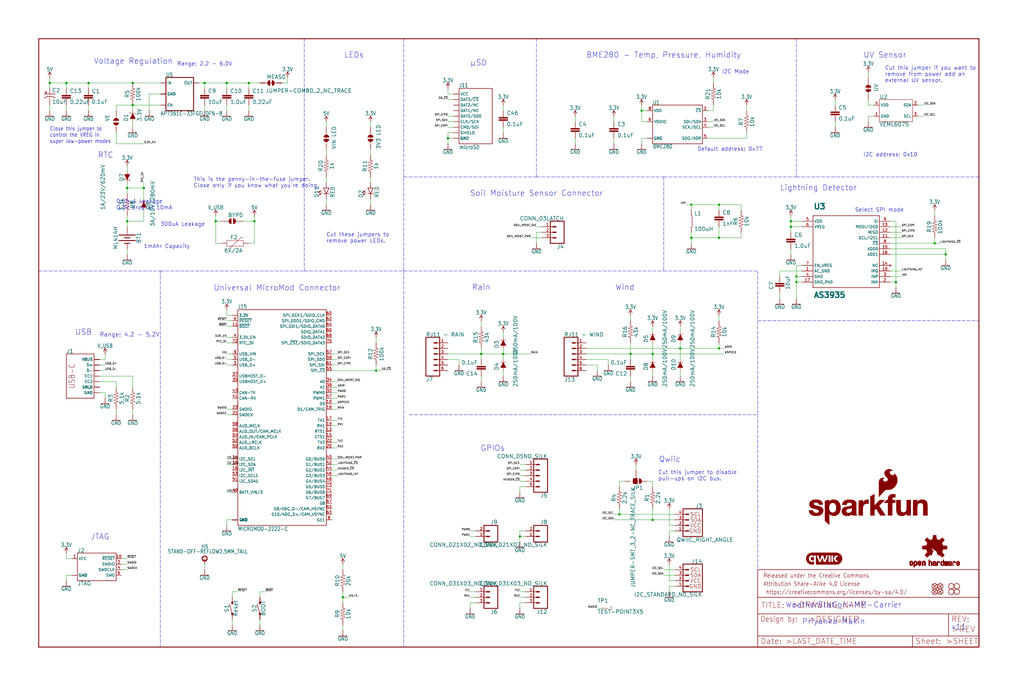
<source format=kicad_sch>
(kicad_sch (version 20211123) (generator eeschema)
  (paper "User" 470.306 317.906)
  (lib_symbols
    (symbol "eagleSchem-eagle-import:0.1UF-0603-100V-10%"
      (property "Reference" "C" (at 1.524 2.921 0))
      (property "Value" "0.1UF-0603-100V-10%" (at 1.524 -2.159 0))
      (symbol "0.1UF-0603-100V-10%_1_0"
        (pin passive line (at 0 5.08 270) (length 2.54) (name "1") (number "1"))
        (pin passive line (at 0 -2.54 90) (length 2.54) (name "2") (number "2"))
      )
    )
    (symbol "eagleSchem-eagle-import:0.1UF-0603-25V-(+80{slash}-20%)"
      (property "Reference" "C" (at 1.524 2.921 0))
      (property "Value" "0.1UF-0603-25V-(+80{slash}-20%)" (at 1.524 -2.159 0))
      (symbol "0.1UF-0603-25V-(+80{slash}-20%)_1_0"
        (pin passive line (at 0 5.08 270) (length 2.54) (name "1") (number "1"))
        (pin passive line (at 0 -2.54 90) (length 2.54) (name "2") (number "2"))
      )
    )
    (symbol "eagleSchem-eagle-import:0.22UF-0603-25V-10%"
      (property "Reference" "C" (at 1.524 2.921 0))
      (property "Value" "0.22UF-0603-25V-10%" (at 1.524 -2.159 0))
      (symbol "0.22UF-0603-25V-10%_1_0"
        (pin passive line (at 0 5.08 270) (length 2.54) (name "1") (number "1"))
        (pin passive line (at 0 -2.54 90) (length 2.54) (name "2") (number "2"))
      )
    )
    (symbol "eagleSchem-eagle-import:1.0NF{slash}1000PF-0603-50V-10%"
      (property "Reference" "C" (at 1.524 2.921 0))
      (property "Value" "1.0NF{slash}1000PF-0603-50V-10%" (at 1.524 -2.159 0))
      (symbol "1.0NF{slash}1000PF-0603-50V-10%_1_0"
        (pin passive line (at 0 5.08 270) (length 2.54) (name "1") (number "1"))
        (pin passive line (at 0 -2.54 90) (length 2.54) (name "2") (number "2"))
      )
    )
    (symbol "eagleSchem-eagle-import:1.0UF-0603-16V-10%"
      (property "Reference" "C" (at 1.524 2.921 0))
      (property "Value" "1.0UF-0603-16V-10%" (at 1.524 -2.159 0))
      (symbol "1.0UF-0603-16V-10%_1_0"
        (pin passive line (at 0 5.08 270) (length 2.54) (name "1") (number "1"))
        (pin passive line (at 0 -2.54 90) (length 2.54) (name "2") (number "2"))
      )
    )
    (symbol "eagleSchem-eagle-import:100KOHM-0603-1{slash}10W-1%"
      (property "Reference" "R" (at 0 1.524 0))
      (property "Value" "100KOHM-0603-1{slash}10W-1%" (at 0 -1.524 0))
      (symbol "100KOHM-0603-1{slash}10W-1%_1_0"
        (pin passive line (at -5.08 0 0) (length 2.54) (name "1") (number "1"))
        (pin passive line (at 5.08 0 180) (length 2.54) (name "2") (number "2"))
      )
    )
    (symbol "eagleSchem-eagle-import:10KOHM-0603-1{slash}10W-1%"
      (property "Reference" "R" (at 0 1.524 0))
      (property "Value" "10KOHM-0603-1{slash}10W-1%" (at 0 -1.524 0))
      (symbol "10KOHM-0603-1{slash}10W-1%_1_0"
        (pin passive line (at -5.08 0 0) (length 2.54) (name "1") (number "1"))
        (pin passive line (at 5.08 0 180) (length 2.54) (name "2") (number "2"))
      )
    )
    (symbol "eagleSchem-eagle-import:10UF-0603-6.3V-20%"
      (property "Reference" "C" (at 1.524 2.921 0))
      (property "Value" "10UF-0603-6.3V-20%" (at 1.524 -2.159 0))
      (symbol "10UF-0603-6.3V-20%_1_0"
        (pin passive line (at 0 5.08 270) (length 2.54) (name "1") (number "1"))
        (pin passive line (at 0 -2.54 90) (length 2.54) (name "2") (number "2"))
      )
    )
    (symbol "eagleSchem-eagle-import:10UF-POLAR-EIA3216-16V-10%(TANT)"
      (property "Reference" "C" (at 1.016 0.635 0))
      (property "Value" "10UF-POLAR-EIA3216-16V-10%(TANT)" (at 1.016 -4.191 0))
      (symbol "10UF-POLAR-EIA3216-16V-10%(TANT)_1_0"
        (pin passive line (at 0 2.54 270) (length 2.54) (name "+") (number "+"))
        (pin passive line (at 0 -5.08 90) (length 2.54) (name "-") (number "-"))
      )
    )
    (symbol "eagleSchem-eagle-import:1KOHM-0603-1{slash}10W-1%"
      (property "Reference" "R" (at 0 1.524 0))
      (property "Value" "1KOHM-0603-1{slash}10W-1%" (at 0 -1.524 0))
      (symbol "1KOHM-0603-1{slash}10W-1%_1_0"
        (pin passive line (at -5.08 0 0) (length 2.54) (name "1") (number "1"))
        (pin passive line (at 5.08 0 180) (length 2.54) (name "2") (number "2"))
      )
    )
    (symbol "eagleSchem-eagle-import:2.2KOHM-0603-1{slash}10W-1%"
      (property "Reference" "R" (at 0 1.524 0))
      (property "Value" "2.2KOHM-0603-1{slash}10W-1%" (at 0 -1.524 0))
      (symbol "2.2KOHM-0603-1{slash}10W-1%_1_0"
        (pin passive line (at -5.08 0 0) (length 2.54) (name "1") (number "1"))
        (pin passive line (at 5.08 0 180) (length 2.54) (name "2") (number "2"))
      )
    )
    (symbol "eagleSchem-eagle-import:20KOHM-0603-1{slash}10W-1%"
      (property "Reference" "R" (at 0 1.524 0))
      (property "Value" "20KOHM-0603-1{slash}10W-1%" (at 0 -1.524 0))
      (symbol "20KOHM-0603-1{slash}10W-1%_1_0"
        (pin passive line (at -5.08 0 0) (length 2.54) (name "1") (number "1"))
        (pin passive line (at 5.08 0 180) (length 2.54) (name "2") (number "2"))
      )
    )
    (symbol "eagleSchem-eagle-import:3.3KOHM-0603-1{slash}10W-1%"
      (property "Reference" "R" (at 0 1.524 0))
      (property "Value" "3.3KOHM-0603-1{slash}10W-1%" (at 0 -1.524 0))
      (symbol "3.3KOHM-0603-1{slash}10W-1%_1_0"
        (pin passive line (at -5.08 0 0) (length 2.54) (name "1") (number "1"))
        (pin passive line (at 5.08 0 180) (length 2.54) (name "2") (number "2"))
      )
    )
    (symbol "eagleSchem-eagle-import:3.3V" (power)
      (property "Value" "3.3V" (at 0 2.794 0))
      (symbol "3.3V_1_0"
        (pin power_in line (at 0 0 90) (length 2.54) (name "3.3V") (number "1"))
      )
    )
    (symbol "eagleSchem-eagle-import:43KOHM-0603-1{slash}10W-1%"
      (property "Reference" "R" (at 0 1.524 0))
      (property "Value" "43KOHM-0603-1{slash}10W-1%" (at 0 -1.524 0))
      (symbol "43KOHM-0603-1{slash}10W-1%_1_0"
        (pin passive line (at -5.08 0 0) (length 2.54) (name "1") (number "1"))
        (pin passive line (at 5.08 0 180) (length 2.54) (name "2") (number "2"))
      )
    )
    (symbol "eagleSchem-eagle-import:5.1KOHM5.1KOHM-0603-1{slash}10W-1%"
      (property "Reference" "R" (at 0 1.524 0))
      (property "Value" "5.1KOHM5.1KOHM-0603-1{slash}10W-1%" (at 0 -1.524 0))
      (symbol "5.1KOHM5.1KOHM-0603-1{slash}10W-1%_1_0"
        (pin passive line (at -5.08 0 0) (length 2.54) (name "1") (number "1"))
        (pin passive line (at 5.08 0 180) (length 2.54) (name "2") (number "2"))
      )
    )
    (symbol "eagleSchem-eagle-import:5V" (power)
      (property "Value" "5V" (at 0 2.794 0))
      (symbol "5V_1_0"
        (pin power_in line (at 0 0 90) (length 2.54) (name "5V") (number "1"))
      )
    )
    (symbol "eagleSchem-eagle-import:AP7361C-33FGEUDFN-8"
      (property "Reference" "U" (at -7.62 7.874 0))
      (property "Value" "AP7361C-33FGEUDFN-8" (at -7.62 -7.874 0))
      (symbol "AP7361C-33FGEUDFN-8_1_0"
        (pin output line (at 7.62 5.08 180) (length 2.54) (name "OUT") (number "1"))
        (pin input line (at -10.16 0 0) (length 2.54) (name "GND") (number "4"))
        (pin bidirectional line (at -10.16 -5.08 0) (length 2.54) (name "EN") (number "5"))
        (pin input line (at -10.16 5.08 0) (length 2.54) (name "IN") (number "8"))
        (pin input line (at -10.16 0 0) (length 2.54) (name "GND") (number "EP"))
      )
    )
    (symbol "eagleSchem-eagle-import:AS3935QFN"
      (property "Reference" "U" (at -15.24 20.32 0))
      (property "Value" "AS3935QFN" (at -15.24 -20.32 0))
      (symbol "AS3935QFN_1_0"
        (pin power_in line (at -20.32 -7.62 0) (length 5.08) (name "AC_GND") (number "1"))
        (pin bidirectional line (at 20.32 -7.62 180) (length 5.08) (name "IRQ") (number "10"))
        (pin input line (at 20.32 7.62 180) (length 5.08) (name "SCL/I2CL") (number "11"))
        (pin output line (at 20.32 10.16 180) (length 5.08) (name "MISO") (number "12"))
        (pin input line (at 20.32 12.7 180) (length 5.08) (name "MOSI/I2CD") (number "13"))
        (pin no_connect line (at 20.32 -5.08 180) (length 5.08) (name "NC") (number "14"))
        (pin input line (at 20.32 2.54 180) (length 5.08) (name "ADD0") (number "15"))
        (pin input line (at 20.32 0 180) (length 5.08) (name "ADD1") (number "16"))
        (pin power_in line (at -20.32 -12.7 0) (length 5.08) (name "GND_PAD") (number "17"))
        (pin bidirectional line (at 20.32 -12.7 180) (length 5.08) (name "INN") (number "2"))
        (pin bidirectional line (at 20.32 -10.16 180) (length 5.08) (name "INP") (number "3"))
        (pin power_in line (at -20.32 -10.16 0) (length 5.08) (name "GND") (number "4"))
        (pin power_in line (at -20.32 15.24 0) (length 5.08) (name "VDD") (number "5"))
        (pin power_in line (at -20.32 12.7 0) (length 5.08) (name "VREG") (number "6"))
        (pin bidirectional line (at -20.32 -5.08 0) (length 5.08) (name "EN_VREG") (number "7"))
        (pin input line (at 20.32 5.08 180) (length 5.08) (name "~{CS}") (number "8"))
        (pin input line (at 20.32 15.24 180) (length 5.08) (name "SI") (number "9"))
      )
    )
    (symbol "eagleSchem-eagle-import:BME280"
      (property "Reference" "U" (at -10.16 7.874 0))
      (property "Value" "BME280" (at -10.16 -10.414 0))
      (symbol "BME280_1_0"
        (pin bidirectional line (at -12.7 -7.62 0) (length 2.54) (name "GND") (number "1"))
        (pin bidirectional line (at 15.24 5.08 180) (length 2.54) (name "~{CS}") (number "2"))
        (pin bidirectional line (at 15.24 0 180) (length 2.54) (name "SDI/SDA") (number "3"))
        (pin bidirectional line (at 15.24 -2.54 180) (length 2.54) (name "SCK/SCL") (number "4"))
        (pin bidirectional line (at 15.24 -7.62 180) (length 2.54) (name "SDO/ADR") (number "5"))
        (pin bidirectional line (at -12.7 0 0) (length 2.54) (name "VDDIO") (number "6"))
        (pin bidirectional line (at -12.7 -7.62 0) (length 2.54) (name "GND") (number "7"))
        (pin bidirectional line (at -12.7 5.08 0) (length 2.54) (name "VDD") (number "8"))
      )
    )
    (symbol "eagleSchem-eagle-import:CONN_021X02_NO_SILK"
      (property "Reference" "J" (at -2.54 5.588 0))
      (property "Value" "CONN_021X02_NO_SILK" (at -2.54 -4.826 0))
      (symbol "CONN_021X02_NO_SILK_1_0"
        (pin passive line (at 7.62 0 180) (length 5.08) (name "1") (number "1"))
        (pin passive line (at 7.62 2.54 180) (length 5.08) (name "2") (number "2"))
      )
    )
    (symbol "eagleSchem-eagle-import:CONN_031X03_NO_SILK"
      (property "Reference" "J" (at -2.54 5.588 0))
      (property "Value" "CONN_031X03_NO_SILK" (at -2.54 -7.366 0))
      (symbol "CONN_031X03_NO_SILK_1_0"
        (pin passive line (at 7.62 -2.54 180) (length 5.08) (name "1") (number "1"))
        (pin passive line (at 7.62 0 180) (length 5.08) (name "2") (number "2"))
        (pin passive line (at 7.62 2.54 180) (length 5.08) (name "3") (number "3"))
      )
    )
    (symbol "eagleSchem-eagle-import:CONN_03LATCH"
      (property "Reference" "J" (at -2.54 5.588 0))
      (property "Value" "CONN_03LATCH" (at -2.54 -7.366 0))
      (symbol "CONN_03LATCH_1_0"
        (pin passive line (at 7.62 -2.54 180) (length 5.08) (name "1") (number "1"))
        (pin passive line (at 7.62 0 180) (length 5.08) (name "2") (number "2"))
        (pin passive line (at 7.62 2.54 180) (length 5.08) (name "3") (number "3"))
      )
    )
    (symbol "eagleSchem-eagle-import:CONN_05NO_SILK"
      (property "Reference" "J" (at -2.54 8.128 0))
      (property "Value" "CONN_05NO_SILK" (at -2.54 -9.906 0))
      (symbol "CONN_05NO_SILK_1_0"
        (pin passive line (at 7.62 -5.08 180) (length 5.08) (name "1") (number "1"))
        (pin passive line (at 7.62 -2.54 180) (length 5.08) (name "2") (number "2"))
        (pin passive line (at 7.62 0 180) (length 5.08) (name "3") (number "3"))
        (pin passive line (at 7.62 2.54 180) (length 5.08) (name "4") (number "4"))
        (pin passive line (at 7.62 5.08 180) (length 5.08) (name "5") (number "5"))
      )
    )
    (symbol "eagleSchem-eagle-import:CORTEX_JTAG_DEBUG_MINIMUM_PTH"
      (property "Reference" "J" (at -10.16 7.874 0))
      (property "Value" "CORTEX_JTAG_DEBUG_MINIMUM_PTH" (at -10.16 -7.366 0))
      (symbol "CORTEX_JTAG_DEBUG_MINIMUM_PTH_1_0"
        (pin bidirectional line (at -12.7 5.08 0) (length 2.54) (name "VCC") (number "1"))
        (pin bidirectional line (at 10.16 5.08 180) (length 2.54) (name "~{RESET}") (number "10"))
        (pin bidirectional line (at 10.16 2.54 180) (length 2.54) (name "SWDIO") (number "2"))
        (pin bidirectional line (at -12.7 -2.54 0) (length 2.54) (name "GND") (number "3"))
        (pin bidirectional line (at 10.16 0 180) (length 2.54) (name "SWDCLK") (number "4"))
        (pin bidirectional line (at -12.7 -2.54 0) (length 2.54) (name "GND") (number "5"))
        (pin bidirectional line (at 10.16 -2.54 180) (length 2.54) (name "SWO") (number "6"))
        (pin bidirectional line (at -12.7 -2.54 0) (length 2.54) (name "GND") (number "9"))
      )
    )
    (symbol "eagleSchem-eagle-import:DIODE-BAS16J"
      (property "Reference" "D" (at -2.54 2.032 0))
      (property "Value" "DIODE-BAS16J" (at -2.54 -2.032 0))
      (symbol "DIODE-BAS16J_1_0"
        (pin passive line (at -2.54 0 0) (length 0) (name "A") (number "A"))
        (pin passive line (at 2.54 0 180) (length 0) (name "C") (number "C"))
      )
    )
    (symbol "eagleSchem-eagle-import:DIODE-SCHOTTKY-BAT20J"
      (property "Reference" "D" (at -2.54 2.032 0))
      (property "Value" "DIODE-SCHOTTKY-BAT20J" (at -2.54 -2.032 0))
      (symbol "DIODE-SCHOTTKY-BAT20J_1_0"
        (pin passive line (at -2.54 0 0) (length 0) (name "A") (number "A"))
        (pin passive line (at 2.54 0 180) (length 0) (name "C") (number "C"))
      )
    )
    (symbol "eagleSchem-eagle-import:DIODE-SCHOTTKY-BAT60A"
      (property "Reference" "D" (at -2.54 2.032 0))
      (property "Value" "DIODE-SCHOTTKY-BAT60A" (at -2.54 -2.032 0))
      (symbol "DIODE-SCHOTTKY-BAT60A_1_0"
        (pin passive line (at -2.54 0 0) (length 0) (name "A") (number "A"))
        (pin passive line (at 2.54 0 180) (length 0) (name "C") (number "C"))
      )
    )
    (symbol "eagleSchem-eagle-import:DIODE-ZENER-MM3Z3V3T1G"
      (property "Reference" "D" (at -2.54 2.032 0))
      (property "Value" "DIODE-ZENER-MM3Z3V3T1G" (at -2.54 -2.032 0))
      (symbol "DIODE-ZENER-MM3Z3V3T1G_1_0"
        (pin passive line (at -2.54 0 0) (length 0) (name "A") (number "A"))
        (pin passive line (at 2.54 0 180) (length 0) (name "C") (number "C"))
      )
    )
    (symbol "eagleSchem-eagle-import:FIDUCIALUFIDUCIAL")
    (symbol "eagleSchem-eagle-import:FRAME-LEDGER"
      (symbol "FRAME-LEDGER_2_0"
        (text " https://creativecommons.org/licenses/by-sa/4.0/" (at 2.54 24.13 0) (effects (font (size 1.9304 1.6408)) (justify left bottom)))
        (text ">DESIGNER" (at 23.114 11.176 0) (effects (font (size 2.7432 2.7432)) (justify left bottom)))
        (text ">DRAWING_NAME" (at 15.494 17.78 0) (effects (font (size 2.7432 2.7432)) (justify left bottom)))
        (text ">LAST_DATE_TIME" (at 12.7 1.27 0) (effects (font (size 2.54 2.54)) (justify left bottom)))
        (text ">REV" (at 88.9 6.604 0) (effects (font (size 2.7432 2.7432)) (justify left bottom)))
        (text ">SHEET" (at 86.36 1.27 0) (effects (font (size 2.54 2.54)) (justify left bottom)))
        (text "Attribution Share-Alike 4.0 License" (at 2.54 27.94 0) (effects (font (size 1.9304 1.6408)) (justify left bottom)))
        (text "Date:" (at 1.27 1.27 0) (effects (font (size 2.54 2.54)) (justify left bottom)))
        (text "Design by:" (at 1.27 11.43 0) (effects (font (size 2.54 2.159)) (justify left bottom)))
        (text "Released under the Creative Commons" (at 2.54 31.75 0) (effects (font (size 1.9304 1.6408)) (justify left bottom)))
        (text "REV:" (at 88.9 11.43 0) (effects (font (size 2.54 2.54)) (justify left bottom)))
        (text "Sheet:" (at 72.39 1.27 0) (effects (font (size 2.54 2.54)) (justify left bottom)))
        (text "TITLE:" (at 1.524 17.78 0) (effects (font (size 2.54 2.54)) (justify left bottom)))
      )
    )
    (symbol "eagleSchem-eagle-import:GND" (power)
      (property "Value" "GND" (at 0 -0.254 0))
      (symbol "GND_1_0"
        (pin power_in line (at 0 2.54 270) (length 2.54) (name "GND") (number "1"))
      )
    )
    (symbol "eagleSchem-eagle-import:I2C_STANDARD_NO_SILK"
      (property "Reference" "J" (at -5.08 7.874 0))
      (property "Value" "I2C_STANDARD_NO_SILK" (at -5.08 -5.334 0))
      (symbol "I2C_STANDARD_NO_SILK_1_0"
        (text "GND" (at -4.572 -2.54 0) (effects (font (size 1.778 1.778)) (justify left)))
        (text "SCL" (at -4.572 5.08 0) (effects (font (size 1.778 1.778)) (justify left)))
        (text "SDA" (at -4.572 2.54 0) (effects (font (size 1.778 1.778)) (justify left)))
        (text "VCC" (at -4.572 0 0) (effects (font (size 1.778 1.778)) (justify left)))
        (pin power_in line (at 7.62 -2.54 180) (length 5.08) (name "1") (number "1"))
        (pin power_in line (at 7.62 0 180) (length 5.08) (name "2") (number "2"))
        (pin passive line (at 7.62 2.54 180) (length 5.08) (name "3") (number "3"))
        (pin passive line (at 7.62 5.08 180) (length 5.08) (name "4") (number "4"))
      )
    )
    (symbol "eagleSchem-eagle-import:JUMPER-COMBO_2_NC_TRACE"
      (property "Reference" "JP" (at -2.54 2.54 0))
      (property "Value" "JUMPER-COMBO_2_NC_TRACE" (at -2.54 -2.54 0))
      (symbol "JUMPER-COMBO_2_NC_TRACE_1_0"
        (pin passive line (at -5.08 0 0) (length 2.54) (name "1") (number "1"))
        (pin passive line (at 5.08 0 180) (length 2.54) (name "2") (number "2"))
        (pin passive line (at -5.08 0 0) (length 2.54) (name "1") (number "3"))
        (pin passive line (at 5.08 0 180) (length 2.54) (name "2") (number "4"))
      )
    )
    (symbol "eagleSchem-eagle-import:JUMPER-SMT_2_NC_TRACE_SILK"
      (property "Reference" "JP" (at -2.54 2.54 0))
      (property "Value" "JUMPER-SMT_2_NC_TRACE_SILK" (at -2.54 -2.54 0))
      (symbol "JUMPER-SMT_2_NC_TRACE_SILK_1_0"
        (pin passive line (at -5.08 0 0) (length 2.54) (name "1") (number "1"))
        (pin passive line (at 5.08 0 180) (length 2.54) (name "2") (number "2"))
      )
    )
    (symbol "eagleSchem-eagle-import:JUMPER-SMT_2_NO_SILK"
      (property "Reference" "JP" (at -2.54 2.54 0))
      (property "Value" "JUMPER-SMT_2_NO_SILK" (at -2.54 -2.54 0))
      (symbol "JUMPER-SMT_2_NO_SILK_1_0"
        (pin passive line (at -5.08 0 0) (length 2.54) (name "1") (number "1"))
        (pin passive line (at 5.08 0 180) (length 2.54) (name "2") (number "2"))
      )
    )
    (symbol "eagleSchem-eagle-import:JUMPER-SMT_3_2-NC_TRACE_SILK"
      (property "Reference" "JP" (at 2.54 0.381 0))
      (property "Value" "JUMPER-SMT_3_2-NC_TRACE_SILK" (at 2.54 -0.381 0))
      (symbol "JUMPER-SMT_3_2-NC_TRACE_SILK_1_0"
        (pin passive line (at 0 5.08 270) (length 2.54) (name "1") (number "1"))
        (pin passive line (at -5.08 0 0) (length 2.54) (name "2") (number "2"))
        (pin passive line (at 0 -5.08 90) (length 2.54) (name "3") (number "3"))
      )
    )
    (symbol "eagleSchem-eagle-import:LED-RED0603"
      (property "Reference" "D" (at -3.429 -4.572 90))
      (property "Value" "LED-RED0603" (at 1.905 -4.572 90))
      (symbol "LED-RED0603_1_0"
        (pin passive line (at 0 2.54 270) (length 2.54) (name "A") (number "A"))
        (pin passive line (at 0 -5.08 90) (length 2.54) (name "C") (number "C"))
      )
    )
    (symbol "eagleSchem-eagle-import:MA5532-AE"
      (property "Reference" "L" (at 1.27 2.54 0))
      (property "Value" "MA5532-AE" (at 1.27 -2.54 0))
      (symbol "MA5532-AE_1_0"
        (pin passive line (at 0 5.08 270) (length 2.54) (name "1") (number "1"))
        (pin passive line (at 0 -5.08 90) (length 2.54) (name "2") (number "2"))
      )
    )
    (symbol "eagleSchem-eagle-import:MICRO-SD-SDIOPUSH-PUSH"
      (property "Reference" "J" (at -5.08 13.208 0))
      (property "Value" "MICRO-SD-SDIOPUSH-PUSH" (at -5.08 -15.24 0))
      (symbol "MICRO-SD-SDIOPUSH-PUSH_1_0"
        (pin bidirectional line (at -7.62 -7.62 0) (length 2.54) (name "SHIELD") (number "CD1"))
        (pin bidirectional line (at -7.62 7.62 0) (length 2.54) (name "DAT3/~{CS}") (number "CS/DAT3"))
        (pin bidirectional line (at -7.62 2.54 0) (length 2.54) (name "DAT1/NC") (number "DAT1"))
        (pin bidirectional line (at -7.62 5.08 0) (length 2.54) (name "DAT2/NC") (number "DAT2"))
        (pin bidirectional line (at -7.62 -5.08 0) (length 2.54) (name "CMD/SDI") (number "DI/CMD"))
        (pin bidirectional line (at -7.62 0 0) (length 2.54) (name "DAT0/SDO") (number "DO/DAT0"))
        (pin bidirectional line (at -7.62 -10.16 0) (length 2.54) (name "GND") (number "GND"))
        (pin bidirectional line (at -7.62 -10.16 0) (length 2.54) (name "GND") (number "GND1"))
        (pin bidirectional line (at -7.62 -10.16 0) (length 2.54) (name "GND") (number "GND3"))
        (pin bidirectional line (at -7.62 -2.54 0) (length 2.54) (name "CLK/SCK") (number "SCLK"))
        (pin bidirectional line (at -7.62 10.16 0) (length 2.54) (name "VCC") (number "VCC"))
      )
    )
    (symbol "eagleSchem-eagle-import:MICROMOD-2222-C"
      (property "Reference" "J" (at -20.32 53.848 0))
      (property "Value" "MICROMOD-2222-C" (at -20.32 -48.26 0))
      (symbol "MICROMOD-2222-C_1_0"
        (pin bidirectional line (at -22.86 -43.18 0) (length 2.54) (name "GND") (number "1"))
        (pin bidirectional line (at 22.86 10.16 180) (length 2.54) (name "D0") (number "10"))
        (pin bidirectional line (at -22.86 45.72 0) (length 2.54) (name "~{BOOT}") (number "11"))
        (pin bidirectional line (at -22.86 -17.78 0) (length 2.54) (name "I2C_SDA") (number "12"))
        (pin bidirectional line (at 22.86 -2.54 180) (length 2.54) (name "RTS1") (number "13"))
        (pin bidirectional line (at -22.86 -15.24 0) (length 2.54) (name "I2C_SCL") (number "14"))
        (pin bidirectional line (at 22.86 -5.08 180) (length 2.54) (name "CTS1") (number "15"))
        (pin bidirectional line (at -22.86 -20.32 0) (length 2.54) (name "I2C_~{INT}") (number "16"))
        (pin bidirectional line (at 22.86 2.54 180) (length 2.54) (name "TX1") (number "17"))
        (pin bidirectional line (at 22.86 7.62 180) (length 2.54) (name "D1/CAM_TRIG") (number "18"))
        (pin bidirectional line (at 22.86 0 180) (length 2.54) (name "RX1") (number "19"))
        (pin bidirectional line (at -22.86 50.8 0) (length 2.54) (name "3.3V") (number "2"))
        (pin bidirectional line (at 22.86 -10.16 180) (length 2.54) (name "RX2") (number "20"))
        (pin bidirectional line (at -22.86 5.08 0) (length 2.54) (name "SWDCK") (number "21"))
        (pin bidirectional line (at 22.86 -7.62 180) (length 2.54) (name "TX2") (number "22"))
        (pin bidirectional line (at -22.86 7.62 0) (length 2.54) (name "SWDIO") (number "23"))
        (pin bidirectional line (at -22.86 27.94 0) (length 2.54) (name "USB_D+") (number "3"))
        (pin bidirectional line (at 22.86 15.24 180) (length 2.54) (name "PWM0") (number "32"))
        (pin bidirectional line (at -22.86 -43.18 0) (length 2.54) (name "GND") (number "33"))
        (pin bidirectional line (at 22.86 20.32 180) (length 2.54) (name "A0") (number "34"))
        (pin bidirectional line (at -22.86 20.32 0) (length 2.54) (name "USBHOST_D+") (number "35"))
        (pin bidirectional line (at -22.86 -43.18 0) (length 2.54) (name "GND") (number "36"))
        (pin bidirectional line (at -22.86 22.86 0) (length 2.54) (name "USBHOST_D-") (number "37"))
        (pin bidirectional line (at 22.86 17.78 180) (length 2.54) (name "A1") (number "38"))
        (pin bidirectional line (at -22.86 -43.18 0) (length 2.54) (name "GND") (number "39"))
        (pin bidirectional line (at -22.86 40.64 0) (length 2.54) (name "3.3V_EN") (number "4"))
        (pin bidirectional line (at 22.86 -15.24 180) (length 2.54) (name "G0/BUS0") (number "40"))
        (pin bidirectional line (at -22.86 12.7 0) (length 2.54) (name "CAN-RX") (number "41"))
        (pin bidirectional line (at 22.86 -17.78 180) (length 2.54) (name "G1/BUS1") (number "42"))
        (pin bidirectional line (at -22.86 15.24 0) (length 2.54) (name "CAN-TX") (number "43"))
        (pin bidirectional line (at 22.86 -20.32 180) (length 2.54) (name "G2/BUS2") (number "44"))
        (pin bidirectional line (at -22.86 -43.18 0) (length 2.54) (name "GND") (number "45"))
        (pin bidirectional line (at 22.86 -22.86 180) (length 2.54) (name "G3/BUS3") (number "46"))
        (pin bidirectional line (at 22.86 12.7 180) (length 2.54) (name "PWM1") (number "47"))
        (pin bidirectional line (at 22.86 -25.4 180) (length 2.54) (name "G4/BUS4") (number "48"))
        (pin bidirectional line (at -22.86 -30.48 0) (length 2.54) (name "BATT_VIN/3") (number "49"))
        (pin bidirectional line (at -22.86 30.48 0) (length 2.54) (name "USB_D-") (number "5"))
        (pin bidirectional line (at -22.86 -10.16 0) (length 2.54) (name "AUD_BCLK") (number "50"))
        (pin bidirectional line (at -22.86 -25.4 0) (length 2.54) (name "I2C_SDA1") (number "51"))
        (pin bidirectional line (at -22.86 -7.62 0) (length 2.54) (name "AUD_LRCLK") (number "52"))
        (pin bidirectional line (at -22.86 -22.86 0) (length 2.54) (name "I2C_SCL1") (number "53"))
        (pin bidirectional line (at -22.86 -5.08 0) (length 2.54) (name "AUD_IN/CAM_PCLK") (number "54"))
        (pin bidirectional line (at 22.86 25.4 180) (length 2.54) (name "SPI_~{CS}") (number "55"))
        (pin bidirectional line (at -22.86 -2.54 0) (length 2.54) (name "AUD_OUT/CAM_MCLK") (number "56"))
        (pin bidirectional line (at 22.86 33.02 180) (length 2.54) (name "SPI_SCK") (number "57"))
        (pin bidirectional line (at -22.86 0 0) (length 2.54) (name "AUD_MCLK") (number "58"))
        (pin bidirectional line (at 22.86 30.48 180) (length 2.54) (name "SPI_SDO") (number "59"))
        (pin bidirectional line (at -22.86 48.26 0) (length 2.54) (name "~{RESET}") (number "6"))
        (pin bidirectional line (at 22.86 50.8 180) (length 2.54) (name "SPI_SCK1/SDIO_CLK") (number "60"))
        (pin bidirectional line (at 22.86 27.94 180) (length 2.54) (name "SPI_SDI") (number "61"))
        (pin bidirectional line (at 22.86 48.26 180) (length 2.54) (name "SPI_SDO1/SDIO_CMD") (number "62"))
        (pin bidirectional line (at 22.86 -40.64 180) (length 2.54) (name "G10/ADC_D+/CAM_VSYNC") (number "63"))
        (pin bidirectional line (at 22.86 45.72 180) (length 2.54) (name "SPI_SDI1/SDIO_DATA0") (number "64"))
        (pin bidirectional line (at 22.86 -38.1 180) (length 2.54) (name "G9/ADC_D-/CAM_HSYNC") (number "65"))
        (pin bidirectional line (at 22.86 43.18 180) (length 2.54) (name "SDIO_DATA1") (number "66"))
        (pin bidirectional line (at 22.86 -35.56 180) (length 2.54) (name "G8") (number "67"))
        (pin bidirectional line (at 22.86 40.64 180) (length 2.54) (name "SDIO_DATA2") (number "68"))
        (pin bidirectional line (at 22.86 -33.02 180) (length 2.54) (name "G7/BUS7") (number "69"))
        (pin bidirectional line (at -22.86 -43.18 0) (length 2.54) (name "GND") (number "7"))
        (pin bidirectional line (at 22.86 38.1 180) (length 2.54) (name "SPI_~{CS1}/SDIO_DATA3") (number "70"))
        (pin bidirectional line (at 22.86 -30.48 180) (length 2.54) (name "G6/BUS6") (number "71"))
        (pin bidirectional line (at -22.86 38.1 0) (length 2.54) (name "RTC_3V") (number "72"))
        (pin bidirectional line (at 22.86 -27.94 180) (length 2.54) (name "G5/BUS5") (number "73"))
        (pin bidirectional line (at -22.86 50.8 0) (length 2.54) (name "3.3V") (number "74"))
        (pin bidirectional line (at -22.86 -43.18 0) (length 2.54) (name "GND") (number "75"))
        (pin bidirectional line (at 22.86 -43.18 180) (length 2.54) (name "G11") (number "8"))
        (pin bidirectional line (at -22.86 33.02 0) (length 2.54) (name "USB_VIN") (number "9"))
      )
    )
    (symbol "eagleSchem-eagle-import:ML414H_IV01E_BATTERY"
      (property "Reference" "BT" (at 0 4.318 0))
      (property "Value" "ML414H_IV01E_BATTERY" (at 0 -4.318 0))
      (symbol "ML414H_IV01E_BATTERY_1_0"
        (pin power_in line (at -5.08 0 0) (length 2.54) (name "+") (number "+"))
        (pin power_in line (at 5.08 0 180) (length 2.54) (name "-") (number "-"))
      )
    )
    (symbol "eagleSchem-eagle-import:MOMENTARY-SWITCH-SPST-SMD-5.2-TALL-REDUNDANT"
      (property "Reference" "S" (at 0 1.524 0))
      (property "Value" "MOMENTARY-SWITCH-SPST-SMD-5.2-TALL-REDUNDANT" (at 0 -0.508 0))
      (symbol "MOMENTARY-SWITCH-SPST-SMD-5.2-TALL-REDUNDANT_1_0"
        (pin passive line (at -5.08 0 0) (length 2.54) (name "1") (number "1"))
        (pin passive line (at -5.08 0 0) (length 2.54) (name "1") (number "2"))
        (pin passive line (at 5.08 0 180) (length 2.54) (name "2") (number "3"))
        (pin passive line (at 5.08 0 180) (length 2.54) (name "2") (number "4"))
      )
    )
    (symbol "eagleSchem-eagle-import:OSHW-LOGOM")
    (symbol "eagleSchem-eagle-import:PPTC_6V2A"
      (property "Reference" "F" (at 1.905 3.175 0))
      (property "Value" "PPTC_6V2A" (at 1.27 -2.794 0))
      (symbol "PPTC_6V2A_1_0"
        (pin bidirectional line (at -5.08 0 0) (length 2.54) (name "1") (number "1"))
        (pin bidirectional line (at 7.62 0 180) (length 2.54) (name "2") (number "2"))
      )
    )
    (symbol "eagleSchem-eagle-import:QWIIC_CONNECTORJS-1MM"
      (property "Reference" "J" (at -5.08 7.874 0))
      (property "Value" "QWIIC_CONNECTORJS-1MM" (at -5.08 -5.334 0))
      (symbol "QWIIC_CONNECTORJS-1MM_1_0"
        (text "GND" (at -4.572 -2.54 0) (effects (font (size 1.778 1.778)) (justify left)))
        (text "SCL" (at -4.572 5.08 0) (effects (font (size 1.778 1.778)) (justify left)))
        (text "SDA" (at -4.572 2.54 0) (effects (font (size 1.778 1.778)) (justify left)))
        (text "VCC" (at -4.572 0 0) (effects (font (size 1.778 1.778)) (justify left)))
        (pin power_in line (at 7.62 -2.54 180) (length 5.08) (name "1") (number "1"))
        (pin power_in line (at 7.62 0 180) (length 5.08) (name "2") (number "2"))
        (pin passive line (at 7.62 2.54 180) (length 5.08) (name "3") (number "3"))
        (pin passive line (at 7.62 5.08 180) (length 5.08) (name "4") (number "4"))
      )
    )
    (symbol "eagleSchem-eagle-import:QWIIC_LOGO_CONNECTOR")
    (symbol "eagleSchem-eagle-import:RJ11-6"
      (property "Reference" "J" (at -5.08 10.668 0))
      (property "Value" "RJ11-6" (at -5.08 -9.906 0))
      (symbol "RJ11-6_1_0"
        (pin passive line (at 5.08 -5.08 180) (length 5.08) (name "1") (number "1"))
        (pin passive line (at 5.08 -2.54 180) (length 5.08) (name "2") (number "2"))
        (pin passive line (at 5.08 0 180) (length 5.08) (name "3") (number "3"))
        (pin passive line (at 5.08 2.54 180) (length 5.08) (name "4") (number "4"))
        (pin passive line (at 5.08 5.08 180) (length 5.08) (name "5") (number "5"))
        (pin passive line (at 5.08 7.62 180) (length 5.08) (name "6") (number "6"))
      )
    )
    (symbol "eagleSchem-eagle-import:SFE_LOGO_NAME_FLAME.2_INCH")
    (symbol "eagleSchem-eagle-import:STAND-OFF")
    (symbol "eagleSchem-eagle-import:STAND-OFF-REFLOW2.5MM_TALL"
      (property "Reference" "H" (at -2.54 2.54 0))
      (property "Value" "STAND-OFF-REFLOW2.5MM_TALL" (at 2.54 0 0))
      (symbol "STAND-OFF-REFLOW2.5MM_TALL_1_0"
        (pin bidirectional line (at 0 -2.54 90) (length 2.54) (name "1") (number "1"))
      )
    )
    (symbol "eagleSchem-eagle-import:TEST-POINT3X5"
      (property "Reference" "TP" (at -2.54 2.54 0))
      (property "Value" "TEST-POINT3X5" (at -2.54 -2.54 0))
      (symbol "TEST-POINT3X5_1_0"
        (pin bidirectional line (at 0 0 180) (length 0) (name "1") (number "P$1"))
      )
    )
    (symbol "eagleSchem-eagle-import:USB_C_2-LAYER_PADS"
      (property "Reference" "J" (at -2.54 10.414 0))
      (property "Value" "USB_C_2-LAYER_PADS" (at -2.54 -12.446 0))
      (symbol "USB_C_2-LAYER_PADS_1_0"
        (text "USB-C" (at 0 0 900) (effects (font (size 2.54 2.159))))
        (pin bidirectional line (at 12.7 0 180) (length 2.54) (name "CC1") (number "A5"))
        (pin bidirectional line (at 12.7 5.08 180) (length 2.54) (name "D+") (number "A6"))
        (pin bidirectional line (at 12.7 2.54 180) (length 2.54) (name "D-") (number "A7"))
        (pin bidirectional line (at 12.7 -2.54 180) (length 2.54) (name "CC2") (number "B5"))
        (pin bidirectional line (at 12.7 5.08 180) (length 2.54) (name "D+") (number "B6"))
        (pin bidirectional line (at 12.7 2.54 180) (length 2.54) (name "D-") (number "B7"))
        (pin bidirectional line (at 12.7 -7.62 180) (length 2.54) (name "GND") (number "GND"))
        (pin bidirectional line (at 12.7 -7.62 180) (length 2.54) (name "GND") (number "GND2"))
        (pin bidirectional line (at 12.7 -5.08 180) (length 2.54) (name "SHLD") (number "SHLD1"))
        (pin bidirectional line (at 12.7 -5.08 180) (length 2.54) (name "SHLD") (number "SHLD2"))
        (pin bidirectional line (at 12.7 -5.08 180) (length 2.54) (name "SHLD") (number "SHLD3"))
        (pin bidirectional line (at 12.7 -5.08 180) (length 2.54) (name "SHLD") (number "SHLD4"))
        (pin bidirectional line (at 12.7 7.62 180) (length 2.54) (name "VBUS") (number "VBUS1"))
        (pin bidirectional line (at 12.7 7.62 180) (length 2.54) (name "VBUS") (number "VBUS2"))
      )
    )
    (symbol "eagleSchem-eagle-import:VEML6075"
      (property "Reference" "U" (at -7.62 5.334 0))
      (property "Value" "VEML6075" (at -7.62 -5.334 0))
      (symbol "VEML6075_1_0"
        (pin bidirectional line (at -10.16 -2.54 0) (length 2.54) (name "GND") (number "1"))
        (pin bidirectional line (at 10.16 2.54 180) (length 2.54) (name "SDA") (number "2"))
        (pin bidirectional line (at 10.16 -2.54 180) (length 2.54) (name "SCL") (number "3"))
        (pin bidirectional line (at -10.16 2.54 0) (length 2.54) (name "VDD") (number "4"))
      )
    )
    (symbol "eagleSchem-eagle-import:V_USB" (power)
      (property "Value" "V_USB" (at 0 2.794 0))
      (symbol "V_USB_1_0"
        (pin power_in line (at 0 0 90) (length 2.54) (name "V_USB") (number "1"))
      )
    )
  )
  (junction (at 60.96 48.26))
  (junction (at 294.64 50.8))
  (junction (at 238.76 246.38))
  (junction (at 58.42 101.6))
  (junction (at 99.06 101.6))
  (junction (at 104.14 38.1))
  (junction (at 116.84 101.6))
  (junction (at 411.48 129.54))
  (junction (at 317.5 109.22))
  (junction (at 363.22 104.14))
  (junction (at 284.48 236.22))
  (junction (at 299.72 162.56))
  (junction (at 299.72 238.76))
  (junction (at 60.96 38.1))
  (junction (at 172.72 170.18))
  (junction (at 30.48 38.1))
  (junction (at 330.2 160.02))
  (junction (at 66.04 86.36))
  (junction (at 22.86 38.1))
  (junction (at 330.2 93.98))
  (junction (at 363.22 101.6))
  (junction (at 365.76 127))
  (junction (at 205.74 63.5))
  (junction (at 317.5 93.98))
  (junction (at 365.76 129.54))
  (junction (at 289.56 162.56))
  (junction (at 220.98 162.56))
  (junction (at 40.64 38.1))
  (junction (at 312.42 160.02))
  (junction (at 231.14 162.56))
  (junction (at 330.2 109.22))
  (junction (at 58.42 86.36))
  (junction (at 434.34 116.84))
  (junction (at 114.3 38.1))
  (junction (at 429.26 111.76))
  (junction (at 93.98 38.1))
  (junction (at 157.48 274.32))
  (wire (pts (xy 106.68 190.5) (xy 104.14 190.5)))
  (wire (pts (xy 157.48 259.08) (xy 157.48 261.62)))
  (wire (pts (xy 53.34 175.26) (xy 53.34 177.8)))
  (wire (pts (xy 231.14 154.94) (xy 231.14 152.4)))
  (wire (pts (xy 294.64 63.5) (xy 294.64 66.04)))
  (wire (pts (xy 408.94 129.54) (xy 411.48 129.54)))
  (wire (pts (xy 106.68 147.32) (xy 104.14 147.32)))
  (wire (pts (xy 210.82 165.1) (xy 210.82 167.64)))
  (wire (pts (xy 48.26 180.34) (xy 48.26 182.88)))
  (wire (pts (xy 429.26 111.76) (xy 429.26 109.22)))
  (wire (pts (xy 401.32 48.26) (xy 398.78 48.26)))
  (wire (pts (xy 170.18 71.12) (xy 170.18 68.58)))
  (wire (pts (xy 220.98 149.86) (xy 220.98 147.32)))
  (wire (pts (xy 205.74 162.56) (xy 220.98 162.56)))
  (polyline (pts (xy 185.42 81.28) (xy 185.42 17.78)))
  (wire (pts (xy 309.88 243.84) (xy 307.34 243.84)))
  (wire (pts (xy 45.72 170.18) (xy 48.26 170.18)))
  (wire (pts (xy 317.5 93.98) (xy 330.2 93.98)))
  (wire (pts (xy 30.48 264.16) (xy 30.48 266.7)))
  (wire (pts (xy 106.68 157.48) (xy 104.14 157.48)))
  (wire (pts (xy 30.48 256.54) (xy 30.48 254)))
  (wire (pts (xy 408.94 109.22) (xy 414.02 109.22)))
  (wire (pts (xy 317.5 106.68) (xy 317.5 109.22)))
  (wire (pts (xy 53.34 66.04) (xy 66.04 66.04)))
  (wire (pts (xy 241.3 223.52) (xy 238.76 223.52)))
  (wire (pts (xy 294.64 50.8) (xy 294.64 48.26)))
  (wire (pts (xy 119.38 271.78) (xy 121.92 271.78)))
  (wire (pts (xy 330.2 93.98) (xy 340.36 93.98)))
  (wire (pts (xy 299.72 162.56) (xy 299.72 157.48)))
  (wire (pts (xy 157.48 287.02) (xy 157.48 289.56)))
  (wire (pts (xy 170.18 58.42) (xy 170.18 55.88)))
  (wire (pts (xy 218.44 246.38) (xy 215.9 246.38)))
  (wire (pts (xy 152.4 193.04) (xy 154.94 193.04)))
  (polyline (pts (xy 347.98 147.32) (xy 347.98 190.5)))
  (polyline (pts (xy 17.78 124.46) (xy 73.66 124.46)))
  (wire (pts (xy 205.74 165.1) (xy 210.82 165.1)))
  (wire (pts (xy 208.28 55.88) (xy 205.74 55.88)))
  (wire (pts (xy 408.94 104.14) (xy 414.02 104.14)))
  (polyline (pts (xy 304.8 81.28) (xy 304.8 124.46)))
  (wire (pts (xy 172.72 170.18) (xy 175.26 170.18)))
  (wire (pts (xy 408.94 124.46) (xy 414.02 124.46)))
  (wire (pts (xy 152.4 182.88) (xy 154.94 182.88)))
  (wire (pts (xy 205.74 43.18) (xy 208.28 43.18)))
  (wire (pts (xy 73.66 48.26) (xy 60.96 48.26)))
  (wire (pts (xy 434.34 114.3) (xy 434.34 116.84)))
  (wire (pts (xy 58.42 99.06) (xy 58.42 101.6)))
  (wire (pts (xy 58.42 101.6) (xy 58.42 104.14)))
  (wire (pts (xy 55.88 259.08) (xy 58.42 259.08)))
  (wire (pts (xy 116.84 101.6) (xy 116.84 111.76)))
  (wire (pts (xy 276.86 279.4) (xy 274.32 279.4)))
  (wire (pts (xy 241.3 213.36) (xy 238.76 213.36)))
  (wire (pts (xy 317.5 93.98) (xy 314.96 93.98)))
  (wire (pts (xy 152.4 213.36) (xy 154.94 213.36)))
  (wire (pts (xy 22.86 40.64) (xy 22.86 38.1)))
  (wire (pts (xy 66.04 91.44) (xy 66.04 86.36)))
  (wire (pts (xy 99.06 101.6) (xy 99.06 111.76)))
  (wire (pts (xy 238.76 279.4) (xy 238.76 276.86)))
  (wire (pts (xy 132.08 35.56) (xy 132.08 38.1)))
  (wire (pts (xy 297.18 55.88) (xy 294.64 55.88)))
  (wire (pts (xy 312.42 160.02) (xy 312.42 157.48)))
  (wire (pts (xy 309.88 264.16) (xy 304.8 264.16)))
  (wire (pts (xy 365.76 121.92) (xy 365.76 127)))
  (wire (pts (xy 368.3 104.14) (xy 363.22 104.14)))
  (wire (pts (xy 231.14 50.8) (xy 231.14 48.26)))
  (wire (pts (xy 281.94 55.88) (xy 281.94 53.34)))
  (wire (pts (xy 317.5 96.52) (xy 317.5 93.98)))
  (wire (pts (xy 312.42 160.02) (xy 330.2 160.02)))
  (wire (pts (xy 330.2 109.22) (xy 330.2 104.14)))
  (wire (pts (xy 284.48 233.68) (xy 284.48 236.22)))
  (polyline (pts (xy 73.66 124.46) (xy 139.7 124.46)))
  (wire (pts (xy 45.72 165.1) (xy 48.26 165.1)))
  (wire (pts (xy 363.22 106.68) (xy 363.22 104.14)))
  (wire (pts (xy 421.64 48.26) (xy 424.18 48.26)))
  (wire (pts (xy 111.76 101.6) (xy 116.84 101.6)))
  (wire (pts (xy 246.38 106.68) (xy 246.38 111.76)))
  (wire (pts (xy 289.56 175.26) (xy 289.56 172.72)))
  (wire (pts (xy 152.4 205.74) (xy 154.94 205.74)))
  (wire (pts (xy 93.98 38.1) (xy 91.44 38.1)))
  (wire (pts (xy 274.32 167.64) (xy 274.32 170.18)))
  (wire (pts (xy 149.86 83.82) (xy 149.86 81.28)))
  (wire (pts (xy 53.34 60.96) (xy 53.34 66.04)))
  (wire (pts (xy 342.9 48.26) (xy 342.9 50.8)))
  (wire (pts (xy 55.88 261.62) (xy 58.42 261.62)))
  (wire (pts (xy 30.48 50.8) (xy 30.48 48.26)))
  (wire (pts (xy 55.88 256.54) (xy 58.42 256.54)))
  (wire (pts (xy 241.3 215.9) (xy 238.76 215.9)))
  (wire (pts (xy 60.96 48.26) (xy 60.96 50.8)))
  (polyline (pts (xy 347.98 147.32) (xy 449.58 147.32)))
  (wire (pts (xy 238.76 246.38) (xy 238.76 248.92)))
  (wire (pts (xy 411.48 129.54) (xy 411.48 132.08)))
  (wire (pts (xy 299.72 238.76) (xy 281.94 238.76)))
  (wire (pts (xy 152.4 218.44) (xy 154.94 218.44)))
  (wire (pts (xy 281.94 66.04) (xy 281.94 63.5)))
  (wire (pts (xy 106.68 213.36) (xy 104.14 213.36)))
  (wire (pts (xy 248.92 104.14) (xy 246.38 104.14)))
  (wire (pts (xy 241.3 274.32) (xy 238.76 274.32)))
  (wire (pts (xy 299.72 152.4) (xy 299.72 149.86)))
  (wire (pts (xy 22.86 50.8) (xy 22.86 48.26)))
  (wire (pts (xy 157.48 274.32) (xy 157.48 271.78)))
  (wire (pts (xy 218.44 243.84) (xy 215.9 243.84)))
  (polyline (pts (xy 187.96 190.5) (xy 347.98 190.5)))
  (wire (pts (xy 299.72 162.56) (xy 299.72 165.1)))
  (wire (pts (xy 170.18 83.82) (xy 170.18 81.28)))
  (wire (pts (xy 215.9 279.4) (xy 215.9 276.86)))
  (wire (pts (xy 340.36 106.68) (xy 340.36 109.22)))
  (wire (pts (xy 157.48 276.86) (xy 157.48 274.32)))
  (wire (pts (xy 106.68 167.64) (xy 104.14 167.64)))
  (polyline (pts (xy 347.98 124.46) (xy 347.98 147.32)))
  (wire (pts (xy 307.34 266.7) (xy 307.34 259.08)))
  (wire (pts (xy 152.4 175.26) (xy 154.94 175.26)))
  (wire (pts (xy 208.28 53.34) (xy 205.74 53.34)))
  (wire (pts (xy 411.48 101.6) (xy 411.48 129.54)))
  (wire (pts (xy 106.68 238.76) (xy 104.14 238.76)))
  (wire (pts (xy 58.42 114.3) (xy 58.42 116.84)))
  (wire (pts (xy 342.9 63.5) (xy 342.9 60.96)))
  (wire (pts (xy 309.88 269.24) (xy 307.34 269.24)))
  (wire (pts (xy 60.96 172.72) (xy 60.96 177.8)))
  (wire (pts (xy 40.64 40.64) (xy 40.64 38.1)))
  (wire (pts (xy 106.68 187.96) (xy 104.14 187.96)))
  (wire (pts (xy 152.4 210.82) (xy 154.94 210.82)))
  (wire (pts (xy 104.14 38.1) (xy 93.98 38.1)))
  (wire (pts (xy 297.18 63.5) (xy 294.64 63.5)))
  (wire (pts (xy 299.72 170.18) (xy 299.72 172.72)))
  (wire (pts (xy 299.72 162.56) (xy 332.74 162.56)))
  (wire (pts (xy 45.72 175.26) (xy 53.34 175.26)))
  (wire (pts (xy 327.66 50.8) (xy 327.66 48.26)))
  (wire (pts (xy 238.76 243.84) (xy 238.76 246.38)))
  (wire (pts (xy 152.4 195.58) (xy 154.94 195.58)))
  (wire (pts (xy 297.18 50.8) (xy 294.64 50.8)))
  (wire (pts (xy 114.3 38.1) (xy 104.14 38.1)))
  (wire (pts (xy 220.98 165.1) (xy 220.98 162.56)))
  (wire (pts (xy 45.72 167.64) (xy 48.26 167.64)))
  (wire (pts (xy 330.2 157.48) (xy 330.2 160.02)))
  (polyline (pts (xy 246.38 81.28) (xy 304.8 81.28)))
  (polyline (pts (xy 185.42 124.46) (xy 185.42 81.28)))
  (wire (pts (xy 398.78 48.26) (xy 398.78 45.72)))
  (wire (pts (xy 208.28 58.42) (xy 205.74 58.42)))
  (wire (pts (xy 106.68 274.32) (xy 106.68 271.78)))
  (wire (pts (xy 434.34 116.84) (xy 434.34 119.38)))
  (wire (pts (xy 317.5 109.22) (xy 330.2 109.22)))
  (wire (pts (xy 149.86 58.42) (xy 149.86 55.88)))
  (polyline (pts (xy 347.98 190.5) (xy 347.98 261.62)))
  (wire (pts (xy 363.22 116.84) (xy 363.22 114.3)))
  (wire (pts (xy 106.68 154.94) (xy 104.14 154.94)))
  (wire (pts (xy 152.4 167.64) (xy 154.94 167.64)))
  (wire (pts (xy 309.88 236.22) (xy 284.48 236.22)))
  (wire (pts (xy 60.96 190.5) (xy 60.96 187.96)))
  (wire (pts (xy 152.4 180.34) (xy 154.94 180.34)))
  (wire (pts (xy 48.26 165.1) (xy 48.26 162.56)))
  (wire (pts (xy 218.44 271.78) (xy 215.9 271.78)))
  (wire (pts (xy 231.14 162.56) (xy 231.14 160.02)))
  (wire (pts (xy 264.16 55.88) (xy 264.16 53.34)))
  (wire (pts (xy 307.34 241.3) (xy 307.34 233.68)))
  (wire (pts (xy 218.44 276.86) (xy 215.9 276.86)))
  (wire (pts (xy 241.3 218.44) (xy 238.76 218.44)))
  (wire (pts (xy 408.94 106.68) (xy 414.02 106.68)))
  (polyline (pts (xy 139.7 17.78) (xy 139.7 124.46)))
  (wire (pts (xy 231.14 162.56) (xy 243.84 162.56)))
  (wire (pts (xy 294.64 55.88) (xy 294.64 50.8)))
  (wire (pts (xy 60.96 58.42) (xy 60.96 55.88)))
  (wire (pts (xy 241.3 246.38) (xy 238.76 246.38)))
  (wire (pts (xy 408.94 101.6) (xy 411.48 101.6)))
  (wire (pts (xy 284.48 236.22) (xy 281.94 236.22)))
  (wire (pts (xy 104.14 238.76) (xy 104.14 241.3)))
  (wire (pts (xy 114.3 40.64) (xy 114.3 38.1)))
  (wire (pts (xy 104.14 144.78) (xy 104.14 142.24)))
  (wire (pts (xy 363.22 104.14) (xy 363.22 101.6)))
  (wire (pts (xy 365.76 127) (xy 368.3 127)))
  (wire (pts (xy 238.76 223.52) (xy 238.76 226.06)))
  (wire (pts (xy 289.56 162.56) (xy 289.56 157.48)))
  (wire (pts (xy 93.98 40.64) (xy 93.98 38.1)))
  (wire (pts (xy 73.66 38.1) (xy 60.96 38.1)))
  (wire (pts (xy 99.06 111.76) (xy 101.6 111.76)))
  (wire (pts (xy 241.3 271.78) (xy 238.76 271.78)))
  (polyline (pts (xy 73.66 124.46) (xy 73.66 297.18)))
  (polyline (pts (xy 365.76 81.28) (xy 449.58 81.28)))
  (wire (pts (xy 220.98 175.26) (xy 220.98 172.72)))
  (wire (pts (xy 317.5 109.22) (xy 317.5 111.76)))
  (wire (pts (xy 172.72 170.18) (xy 172.72 167.64)))
  (wire (pts (xy 152.4 165.1) (xy 154.94 165.1)))
  (wire (pts (xy 106.68 165.1) (xy 104.14 165.1)))
  (wire (pts (xy 152.4 215.9) (xy 154.94 215.9)))
  (wire (pts (xy 289.56 162.56) (xy 299.72 162.56)))
  (wire (pts (xy 93.98 261.62) (xy 93.98 259.08)))
  (wire (pts (xy 109.22 271.78) (xy 106.68 271.78)))
  (wire (pts (xy 289.56 147.32) (xy 289.56 144.78)))
  (wire (pts (xy 220.98 162.56) (xy 220.98 160.02)))
  (wire (pts (xy 119.38 287.02) (xy 119.38 284.48)))
  (wire (pts (xy 398.78 53.34) (xy 398.78 55.88)))
  (wire (pts (xy 269.24 162.56) (xy 289.56 162.56)))
  (wire (pts (xy 248.92 106.68) (xy 246.38 106.68)))
  (wire (pts (xy 309.88 261.62) (xy 304.8 261.62)))
  (wire (pts (xy 106.68 210.82) (xy 104.14 210.82)))
  (wire (pts (xy 368.3 124.46) (xy 358.14 124.46)))
  (wire (pts (xy 205.74 63.5) (xy 205.74 66.04)))
  (wire (pts (xy 429.26 111.76) (xy 431.8 111.76)))
  (wire (pts (xy 231.14 60.96) (xy 231.14 58.42)))
  (wire (pts (xy 170.18 93.98) (xy 170.18 91.44)))
  (wire (pts (xy 152.4 162.56) (xy 154.94 162.56)))
  (wire (pts (xy 58.42 86.36) (xy 58.42 88.9)))
  (wire (pts (xy 325.12 63.5) (xy 342.9 63.5)))
  (polyline (pts (xy 185.42 124.46) (xy 185.42 297.18)))
  (wire (pts (xy 365.76 129.54) (xy 368.3 129.54)))
  (wire (pts (xy 152.4 170.18) (xy 172.72 170.18)))
  (wire (pts (xy 205.74 40.64) (xy 205.74 43.18)))
  (wire (pts (xy 383.54 48.26) (xy 383.54 45.72)))
  (wire (pts (xy 45.72 180.34) (xy 48.26 180.34)))
  (wire (pts (xy 53.34 190.5) (xy 53.34 187.96)))
  (wire (pts (xy 429.26 99.06) (xy 429.26 96.52)))
  (wire (pts (xy 205.74 60.96) (xy 205.74 63.5)))
  (wire (pts (xy 33.02 256.54) (xy 30.48 256.54)))
  (wire (pts (xy 241.3 276.86) (xy 238.76 276.86)))
  (wire (pts (xy 421.64 53.34) (xy 424.18 53.34)))
  (wire (pts (xy 116.84 99.06) (xy 116.84 101.6)))
  (wire (pts (xy 292.1 213.36) (xy 292.1 215.9)))
  (wire (pts (xy 327.66 38.1) (xy 327.66 35.56)))
  (wire (pts (xy 152.4 185.42) (xy 154.94 185.42)))
  (wire (pts (xy 114.3 50.8) (xy 114.3 48.26)))
  (wire (pts (xy 30.48 38.1) (xy 22.86 38.1)))
  (wire (pts (xy 365.76 137.16) (xy 365.76 129.54)))
  (wire (pts (xy 248.92 109.22) (xy 243.84 109.22)))
  (wire (pts (xy 73.66 43.18) (xy 68.58 43.18)))
  (wire (pts (xy 297.18 220.98) (xy 299.72 220.98)))
  (wire (pts (xy 218.44 274.32) (xy 215.9 274.32)))
  (wire (pts (xy 309.88 241.3) (xy 307.34 241.3)))
  (wire (pts (xy 152.4 177.8) (xy 154.94 177.8)))
  (wire (pts (xy 358.14 124.46) (xy 358.14 127)))
  (wire (pts (xy 312.42 152.4) (xy 312.42 149.86)))
  (wire (pts (xy 99.06 99.06) (xy 99.06 101.6)))
  (wire (pts (xy 129.54 38.1) (xy 132.08 38.1)))
  (wire (pts (xy 434.34 116.84) (xy 408.94 116.84)))
  (polyline (pts (xy 139.7 124.46) (xy 185.42 124.46)))
  (polyline (pts (xy 304.8 81.28) (xy 365.76 81.28)))
  (polyline (pts (xy 304.8 124.46) (xy 347.98 124.46)))
  (wire (pts (xy 307.34 269.24) (xy 307.34 271.78)))
  (wire (pts (xy 30.48 38.1) (xy 30.48 40.64)))
  (wire (pts (xy 330.2 96.52) (xy 330.2 93.98)))
  (wire (pts (xy 33.02 264.16) (xy 30.48 264.16)))
  (wire (pts (xy 325.12 58.42) (xy 327.66 58.42)))
  (wire (pts (xy 408.94 114.3) (xy 434.34 114.3)))
  (wire (pts (xy 58.42 101.6) (xy 66.04 101.6)))
  (wire (pts (xy 307.34 243.84) (xy 307.34 246.38)))
  (wire (pts (xy 114.3 111.76) (xy 116.84 111.76)))
  (wire (pts (xy 106.68 144.78) (xy 104.14 144.78)))
  (wire (pts (xy 340.36 93.98) (xy 340.36 96.52)))
  (wire (pts (xy 58.42 86.36) (xy 66.04 86.36)))
  (wire (pts (xy 330.2 144.78) (xy 330.2 147.32)))
  (wire (pts (xy 106.68 149.86) (xy 104.14 149.86)))
  (polyline (pts (xy 365.76 81.28) (xy 365.76 17.78)))
  (wire (pts (xy 58.42 76.2) (xy 58.42 78.74)))
  (wire (pts (xy 149.86 93.98) (xy 149.86 91.44)))
  (wire (pts (xy 45.72 172.72) (xy 60.96 172.72)))
  (wire (pts (xy 66.04 86.36) (xy 66.04 83.82)))
  (wire (pts (xy 149.86 71.12) (xy 149.86 68.58)))
  (wire (pts (xy 104.14 50.8) (xy 104.14 48.26)))
  (wire (pts (xy 208.28 63.5) (xy 205.74 63.5)))
  (wire (pts (xy 66.04 101.6) (xy 66.04 96.52)))
  (wire (pts (xy 325.12 50.8) (xy 327.66 50.8)))
  (wire (pts (xy 152.4 187.96) (xy 154.94 187.96)))
  (wire (pts (xy 279.4 165.1) (xy 279.4 167.64)))
  (wire (pts (xy 401.32 53.34) (xy 398.78 53.34)))
  (wire (pts (xy 312.42 172.72) (xy 312.42 170.18)))
  (wire (pts (xy 119.38 38.1) (xy 114.3 38.1)))
  (wire (pts (xy 309.88 238.76) (xy 299.72 238.76)))
  (wire (pts (xy 269.24 160.02) (xy 312.42 160.02)))
  (wire (pts (xy 289.56 165.1) (xy 289.56 162.56)))
  (wire (pts (xy 231.14 172.72) (xy 231.14 170.18)))
  (wire (pts (xy 408.94 111.76) (xy 429.26 111.76)))
  (wire (pts (xy 312.42 165.1) (xy 312.42 160.02)))
  (wire (pts (xy 284.48 223.52) (xy 284.48 220.98)))
  (wire (pts (xy 40.64 50.8) (xy 40.64 48.26)))
  (wire (pts (xy 106.68 284.48) (xy 106.68 287.02)))
  (wire (pts (xy 208.28 45.72) (xy 205.74 45.72)))
  (wire (pts (xy 60.96 38.1) (xy 40.64 38.1)))
  (wire (pts (xy 363.22 101.6) (xy 363.22 99.06)))
  (wire (pts (xy 119.38 274.32) (xy 119.38 271.78)))
  (wire (pts (xy 241.3 243.84) (xy 238.76 243.84)))
  (wire (pts (xy 309.88 266.7) (xy 307.34 266.7)))
  (polyline (pts (xy 185.42 81.28) (xy 246.38 81.28)))
  (wire (pts (xy 40.64 38.1) (xy 30.48 38.1)))
  (wire (pts (xy 172.72 154.94) (xy 172.72 157.48)))
  (wire (pts (xy 58.42 83.82) (xy 58.42 86.36)))
  (wire (pts (xy 154.94 203.2) (xy 152.4 203.2)))
  (wire (pts (xy 299.72 220.98) (xy 299.72 223.52)))
  (wire (pts (xy 368.3 101.6) (xy 363.22 101.6)))
  (wire (pts (xy 53.34 50.8) (xy 53.34 48.26)))
  (wire (pts (xy 22.86 35.56) (xy 22.86 38.1)))
  (wire (pts (xy 101.6 101.6) (xy 99.06 101.6)))
  (wire (pts (xy 231.14 165.1) (xy 231.14 162.56)))
  (wire (pts (xy 241.3 220.98) (xy 238.76 220.98)))
  (polyline (pts (xy 246.38 17.78) (xy 246.38 81.28)))
  (wire (pts (xy 269.24 167.64) (xy 274.32 167.64)))
  (wire (pts (xy 68.58 43.18) (xy 68.58 50.8)))
  (wire (pts (xy 398.78 35.56) (xy 398.78 33.02)))
  (wire (pts (xy 264.16 66.04) (xy 264.16 63.5)))
  (wire (pts (xy 368.3 121.92) (xy 365.76 121.92)))
  (wire (pts (xy 106.68 162.56) (xy 104.14 162.56)))
  (wire (pts (xy 383.54 58.42) (xy 383.54 55.88)))
  (wire (pts (xy 157.48 274.32) (xy 160.02 274.32)))
  (wire (pts (xy 104.14 40.64) (xy 104.14 38.1)))
  (wire (pts (xy 365.76 127) (xy 365.76 129.54)))
  (wire (pts (xy 208.28 60.96) (xy 205.74 60.96)))
  (wire (pts (xy 53.34 48.26) (xy 60.96 48.26)))
  (wire (pts (xy 106.68 226.06) (xy 104.14 226.06)))
  (wire (pts (xy 330.2 160.02) (xy 332.74 160.02)))
  (wire (pts (xy 284.48 220.98) (xy 287.02 220.98)))
  (wire (pts (xy 325.12 55.88) (xy 327.66 55.88)))
  (wire (pts (xy 408.94 127) (xy 414.02 127)))
  (wire (pts (xy 269.24 165.1) (xy 279.4 165.1)))
  (wire (pts (xy 299.72 233.68) (xy 299.72 238.76)))
  (wire (pts (xy 93.98 50.8) (xy 93.98 48.26)))
  (polyline (pts (xy 185.42 124.46) (xy 304.8 124.46)))
  (wire (pts (xy 340.36 109.22) (xy 330.2 109.22)))
  (wire (pts (xy 220.98 162.56) (xy 231.14 162.56)))
  (wire (pts (xy 358.14 134.62) (xy 358.14 137.16)))
  (text "JTAG" (at 45.974 246.634 180) (effects (font (size 2.54 2.54))))
  (text "v11" (at 436.88 289.56 180) (effects (font (size 2.54 2.54)) (justify left bottom)))
  (text "This is the penny-in-the-fuse jumper.\nClose only if you know what you're doing." (at 88.9 86.36 0) (effects (font (size 1.778 1.778)) (justify left bottom)))
  (text "LEDs" (at 162.56 25.4 180) (effects (font (size 2.54 2.54))))
  (text "Lightning Detector" (at 375.92 86.36 180) (effects (font (size 2.54 2.54))))
  (text "Select SPI mode" (at 403.86 96.52 180) (effects (font (size 1.778 1.778))))
  (text "0.65uA Leakage\n0.3V drop at 10mA" (at 53.34 96.52 180) (effects (font (size 1.778 1.778)) (justify left bottom)))
  (text "WeatherStation-MM-Carrier" (at 360.68 279.4 180) (effects (font (size 2.54 2.54)) (justify left bottom)))
  (text "I2C Mode" (at 337.82 33.02 180) (effects (font (size 1.778 1.778))))
  (text "UV Sensor" (at 406.4 25.4 180) (effects (font (size 2.54 2.54))))
  (text "I2C address: 0x10" (at 408.94 71.12 180) (effects (font (size 1.778 1.778))))
  (text "Range: 2.2 - 6.0V" (at 81.28 30.48 180) (effects (font (size 1.778 1.778)) (justify left bottom)))
  (text "Priyanka Makin" (at 368.3 287.02 180) (effects (font (size 2.54 2.54)) (justify left bottom)))
  (text "BME280 - Temp, Pressure, Humidity" (at 304.8 25.4 180) (effects (font (size 2.54 2.54))))
  (text "Voltage Regulation" (at 61.214 28.194 180) (effects (font (size 2.54 2.54))))
  (text "USB" (at 38.354 152.654 180) (effects (font (size 2.54 2.54))))
  (text "RTC" (at 48.514 71.374 180) (effects (font (size 2.54 2.54))))
  (text "300uA Leakage" (at 73.66 104.14 180) (effects (font (size 1.778 1.778)) (justify left bottom)))
  (text "μSD" (at 215.9 30.48 180) (effects (font (size 2.54 2.54)) (justify left bottom)))
  (text "Cut this jumper to disable\npull-ups on I2C bus." (at 302.26 220.98 180) (effects (font (size 1.778 1.778)) (justify left bottom)))
  (text "Soil Moisture Sensor Connector" (at 246.38 88.9 180) (effects (font (size 2.54 2.54))))
  (text "Close this jumper to\ncontrol the VREG in\nsuper low-power modes" (at 22.86 66.04 0) (effects (font (size 1.778 1.5113)) (justify left bottom)))
  (text "Wind" (at 287.02 132.08 180) (effects (font (size 2.54 2.54))))
  (text "Cut this jumper if you want to\nremove from power add an\nexternal UV sensor." (at 406.4 38.1 0) (effects (font (size 1.778 1.778)) (justify left bottom)))
  (text "Universal MicroMod Connector" (at 127.254 132.334 180) (effects (font (size 2.54 2.54))))
  (text "Range: 4.2 - 5.2V" (at 45.72 154.94 180) (effects (font (size 1.9304 1.9304)) (justify left bottom)))
  (text "Qwiic" (at 307.594 211.074 180) (effects (font (size 2.54 2.54))))
  (text "Default address: 0x77" (at 335.28 68.58 180) (effects (font (size 1.778 1.778))))
  (text "Rain" (at 220.98 132.08 180) (effects (font (size 2.54 2.54))))
  (text "GPIOs" (at 226.314 205.994 180) (effects (font (size 2.54 2.54))))
  (text "Cut these jumpers to\nremove power LEDs." (at 149.86 111.76 180) (effects (font (size 1.778 1.778)) (justify left bottom)))
  (text "1mAhr Capacity" (at 66.04 114.3 180) (effects (font (size 1.778 1.778)) (justify left bottom)))
  (label "SWDCK" (at 104.14 190.5 180) (effects (font (size 0.889 0.889))))
  (label "I2C_SCL" (at 327.66 58.42 0) (effects (font (size 0.889 0.889))))
  (label "USB_D+" (at 48.26 167.64 0) (effects (font (size 0.889 0.889))))
  (label "~{RESET}" (at 58.42 256.54 0) (effects (font (size 0.889 0.889))))
  (label "RX1" (at 154.94 195.58 0) (effects (font (size 0.889 0.889))))
  (label "I2C_SDA" (at 104.14 213.36 0) (effects (font (size 0.889 0.889))))
  (label "TX1" (at 154.94 193.04 0) (effects (font (size 0.889 0.889))))
  (label "I2C_SCL" (at 104.14 210.82 0) (effects (font (size 0.889 0.889))))
  (label "USB_D-" (at 104.14 165.1 180) (effects (font (size 0.889 0.889))))
  (label "SPI_CIPO" (at 414.02 106.68 0) (effects (font (size 0.889 0.889))))
  (label "SD_~{CS}" (at 175.26 170.18 0) (effects (font (size 0.889 0.889))))
  (label "SOIL_MOIST_PWR" (at 154.94 210.82 0) (effects (font (size 0.889 0.889))))
  (label "SPI_CIPO" (at 154.94 167.64 0) (effects (font (size 0.889 0.889))))
  (label "VIN" (at 104.14 162.56 180) (effects (font (size 0.889 0.889))))
  (label "RAIN" (at 243.84 162.56 0) (effects (font (size 0.889 0.889))))
  (label "TX2" (at 154.94 203.2 0) (effects (font (size 0.889 0.889))))
  (label "RX2" (at 238.76 274.32 180) (effects (font (size 0.889 0.889))))
  (label "VIN/3" (at 104.14 226.06 0) (effects (font (size 0.889 0.889))))
  (label "I2C_SDA" (at 327.66 55.88 0) (effects (font (size 0.889 0.889))))
  (label "PWM0" (at 154.94 180.34 0) (effects (font (size 0.889 0.889))))
  (label "SOIL_MOIST_SIG" (at 246.38 104.14 180) (effects (font (size 0.889 0.889))))
  (label "SPI_SCK" (at 238.76 213.36 180) (effects (font (size 0.889 0.889))))
  (label "SWDIO" (at 104.14 187.96 180) (effects (font (size 0.889 0.889))))
  (label "SPI_SCK" (at 414.02 109.22 0) (effects (font (size 0.889 0.889))))
  (label "WDIR" (at 154.94 177.8 0) (effects (font (size 0.889 0.889))))
  (label "LIGHTNING_~{CS}" (at 154.94 213.36 0) (effects (font (size 0.889 0.889))))
  (label "RX2" (at 154.94 205.74 0) (effects (font (size 0.889 0.889))))
  (label "~{BOOT}" (at 104.14 149.86 180) (effects (font (size 0.889 0.889))))
  (label "SPI_COPI" (at 238.76 215.9 180) (effects (font (size 0.889 0.889))))
  (label "~{RESET}" (at 104.14 147.32 180) (effects (font (size 0.889 0.889))))
  (label "RX1" (at 215.9 274.32 180) (effects (font (size 0.889 0.889))))
  (label "WSPEED" (at 154.94 185.42 0) (effects (font (size 0.889 0.889))))
  (label "SOIL_MOIST_SIG" (at 154.94 175.26 0) (effects (font (size 0.889 0.889))))
  (label "3.3V_EN" (at 66.04 66.04 0) (effects (font (size 0.889 0.889))))
  (label "SWDIO" (at 274.32 279.4 180) (effects (font (size 0.889 0.889))))
  (label "LIGHTNING_~{CS}" (at 431.8 111.76 0) (effects (font (size 0.889 0.889))))
  (label "WSPEED" (at 332.74 162.56 0) (effects (font (size 0.889 0.889))))
  (label "PWM1" (at 154.94 182.88 0) (effects (font (size 0.889 0.889))))
  (label "RTC_3V" (at 104.14 157.48 180) (effects (font (size 0.889 0.889))))
  (label "TX2" (at 238.76 271.78 180) (effects (font (size 0.889 0.889))))
  (label "SPI_SCK" (at 154.94 162.56 0) (effects (font (size 0.889 0.889))))
  (label "PWM1" (at 215.9 246.38 180) (effects (font (size 0.889 0.889))))
  (label "SPI_COPI" (at 414.02 104.14 0) (effects (font (size 0.889 0.889))))
  (label "LIGHTNING_INT" (at 414.02 124.46 0) (effects (font (size 0.889 0.889))))
  (label "SPI_CIPO" (at 238.76 218.44 180) (effects (font (size 0.889 0.889))))
  (label "SWDIO" (at 58.42 259.08 0) (effects (font (size 0.889 0.889))))
  (label "I2C_SDA" (at 304.8 264.16 180) (effects (font (size 0.889 0.889))))
  (label "USB_D+" (at 104.14 167.64 180) (effects (font (size 0.889 0.889))))
  (label "TX1" (at 215.9 271.78 180) (effects (font (size 0.889 0.889))))
  (label "SPI_CIPO" (at 205.74 53.34 180) (effects (font (size 0.889 0.889))))
  (label "WDIR" (at 332.74 160.02 0) (effects (font (size 0.889 0.889))))
  (label "SOIL_MOIST_PWR" (at 243.84 109.22 180) (effects (font (size 0.889 0.889))))
  (label "I2C_SDA" (at 424.18 48.26 0) (effects (font (size 0.889 0.889))))
  (label "3.3V_EN" (at 104.14 154.94 180) (effects (font (size 0.889 0.889))))
  (label "INP" (at 414.02 127 0) (effects (font (size 0.889 0.889))))
  (label "~{BOOT}" (at 121.92 271.78 0) (effects (font (size 0.889 0.889))))
  (label "SPI_SCK" (at 205.74 55.88 180) (effects (font (size 0.889 0.889))))
  (label "I2C_SDA" (at 281.94 238.76 180) (effects (font (size 0.889 0.889))))
  (label "RAIN" (at 154.94 187.96 0) (effects (font (size 0.889 0.889))))
  (label "SPI_COPI" (at 205.74 58.42 180) (effects (font (size 0.889 0.889))))
  (label "I2C_SCL" (at 304.8 261.62 180) (effects (font (size 0.889 0.889))))
  (label "HEADER_~{CS}" (at 238.76 220.98 180) (effects (font (size 0.889 0.889))))
  (label "I2C_SCL" (at 424.18 53.34 0) (effects (font (size 0.889 0.889))))
  (label "I2C_SCL" (at 281.94 236.22 180) (effects (font (size 0.889 0.889))))
  (label "~{RESET}" (at 109.22 271.78 0) (effects (font (size 0.889 0.889))))
  (label "PWM0" (at 215.9 243.84 180) (effects (font (size 0.889 0.889))))
  (label "USB_D-" (at 48.26 170.18 0) (effects (font (size 0.889 0.889))))
  (label "RTC_3V" (at 66.04 83.82 90) (effects (font (size 0.889 0.889))))
  (label "INP" (at 314.96 93.98 180) (effects (font (size 0.889 0.889))))
  (label "SWDCK" (at 58.42 261.62 0) (effects (font (size 0.889 0.889))))
  (label "VIN/3" (at 160.02 274.32 0) (effects (font (size 0.889 0.889))))
  (label "HEADER_~{CS}" (at 154.94 215.9 0) (effects (font (size 0.889 0.889))))
  (label "LIGHTNING_INT" (at 154.94 218.44 0) (effects (font (size 0.889 0.889))))
  (label "SPI_COPI" (at 154.94 165.1 0) (effects (font (size 0.889 0.889))))
  (label "SD_~{CS}" (at 205.74 45.72 180) (effects (font (size 0.889 0.889))))
  (symbol (lib_id "eagleSchem-eagle-import:GND") (at 307.34 248.92 0) (unit 1)
    (property "Reference" "#GND2" (effects hide))
    (property "Value" "GND" (at 307.34 249.174 0) (effects (font (size 1.778 1.5113)) (justify top)))
    (property "Footprint" "eagleSchem:" (effects hide))
  )
  (symbol (lib_id "eagleSchem-eagle-import:DIODE-BAS16J") (at 299.72 167.64 90) (unit 1)
    (property "Reference" "D8" (at 297.688 170.18 0) (effects (font (size 1.778 1.778)) (justify left bottom)))
    (property "Value" "250mA/100V" (at 304.292 177.8 0) (effects (font (size 1.778 1.778)) (justify left top)))
    (property "Footprint" "eagleSchem:SOD-323" (effects hide))
  )
  (symbol (lib_id "eagleSchem-eagle-import:1.0UF-0603-16V-10%") (at 363.22 111.76 0) (unit 1)
    (property "Reference" "C6" (at 364.744 108.839 0) (effects (font (size 1.778 1.778)) (justify left bottom)))
    (property "Value" "1.0uF" (at 364.744 113.919 0) (effects (font (size 1.778 1.778)) (justify left bottom)))
    (property "Footprint" "eagleSchem:0603" (effects hide))
  )
  (symbol (lib_id "eagleSchem-eagle-import:GND") (at 281.94 68.58 0) (unit 1)
    (property "Reference" "#GND4" (effects hide))
    (property "Value" "GND" (at 281.94 68.834 0) (effects (font (size 1.778 1.5113)) (justify top)))
    (property "Footprint" "eagleSchem:" (effects hide))
  )
  (symbol (lib_id "eagleSchem-eagle-import:3.3V") (at 342.9 48.26 0) (unit 1)
    (property "Reference" "#SUPPLY11" (effects hide))
    (property "Value" "3.3V" (at 342.9 45.466 0) (effects (font (size 1.778 1.5113)) (justify bottom)))
    (property "Footprint" "eagleSchem:" (effects hide))
  )
  (symbol (lib_id "eagleSchem-eagle-import:5V") (at 116.84 99.06 0) (unit 1)
    (property "Reference" "#SUPPLY18" (effects hide))
    (property "Value" "5V" (at 116.84 96.266 0) (effects (font (size 1.778 1.5113)) (justify bottom)))
    (property "Footprint" "eagleSchem:" (effects hide))
  )
  (symbol (lib_id "eagleSchem-eagle-import:3.3V") (at 299.72 149.86 0) (unit 1)
    (property "Reference" "#SUPPLY24" (effects hide))
    (property "Value" "3.3V" (at 299.72 147.066 0) (effects (font (size 1.778 1.5113)) (justify bottom)))
    (property "Footprint" "eagleSchem:" (effects hide))
  )
  (symbol (lib_id "eagleSchem-eagle-import:QWIIC_CONNECTORJS-1MM") (at 317.5 241.3 0) (mirror y) (unit 1)
    (property "Reference" "J3" (at 322.58 233.426 0) (effects (font (size 1.778 1.778)) (justify left bottom)))
    (property "Value" "QWIIC_RIGHT_ANGLE" (at 310.642 248.92 0) (effects (font (size 1.778 1.778)) (justify right bottom)))
    (property "Footprint" "eagleSchem:JST04_1MM_RA" (effects hide))
  )
  (symbol (lib_id "eagleSchem-eagle-import:GND") (at 22.86 53.34 0) (unit 1)
    (property "Reference" "#GND21" (effects hide))
    (property "Value" "GND" (at 22.86 53.594 0) (effects (font (size 1.778 1.5113)) (justify top)))
    (property "Footprint" "eagleSchem:" (effects hide))
  )
  (symbol (lib_id "eagleSchem-eagle-import:10KOHM-0603-1{slash}10W-1%") (at 327.66 43.18 90) (unit 1)
    (property "Reference" "R21" (at 326.136 43.18 0) (effects (font (size 1.778 1.778)) (justify bottom)))
    (property "Value" "10k" (at 329.184 43.18 0) (effects (font (size 1.778 1.778)) (justify top)))
    (property "Footprint" "eagleSchem:0603" (effects hide))
  )
  (symbol (lib_id "eagleSchem-eagle-import:3.3V") (at 429.26 96.52 0) (unit 1)
    (property "Reference" "#SUPPLY29" (effects hide))
    (property "Value" "3.3V" (at 429.26 93.726 0) (effects (font (size 1.778 1.5113)) (justify bottom)))
    (property "Footprint" "eagleSchem:" (effects hide))
  )
  (symbol (lib_id "eagleSchem-eagle-import:TEST-POINT3X5") (at 276.86 279.4 0) (unit 1)
    (property "Reference" "TP1" (at 274.32 276.86 0) (effects (font (size 1.778 1.778)) (justify left bottom)))
    (property "Value" "TEST-POINT3X5" (at 274.32 281.94 0) (effects (font (size 1.778 1.778)) (justify left bottom)))
    (property "Footprint" "eagleSchem:PAD.03X.05" (effects hide))
  )
  (symbol (lib_id "eagleSchem-eagle-import:CONN_031X03_NO_SILK") (at 226.06 274.32 180) (unit 1)
    (property "Reference" "J6" (at 228.6 279.908 0) (effects (font (size 1.778 1.778)) (justify left bottom)))
    (property "Value" "CONN_031X03_NO_SILK" (at 228.6 266.954 0) (effects (font (size 1.778 1.778)) (justify left bottom)))
    (property "Footprint" "eagleSchem:1X03_NO_SILK" (effects hide))
  )
  (symbol (lib_id "eagleSchem-eagle-import:DIODE-BAS16J") (at 231.14 167.64 90) (unit 1)
    (property "Reference" "D4" (at 229.108 170.18 0) (effects (font (size 1.778 1.778)) (justify left bottom)))
    (property "Value" "250mA/100V" (at 235.712 177.8 0) (effects (font (size 1.778 1.778)) (justify left top)))
    (property "Footprint" "eagleSchem:SOD-323" (effects hide))
  )
  (symbol (lib_id "eagleSchem-eagle-import:GND") (at 30.48 269.24 0) (unit 1)
    (property "Reference" "#GND7" (effects hide))
    (property "Value" "GND" (at 30.48 269.494 0) (effects (font (size 1.778 1.5113)) (justify top)))
    (property "Footprint" "eagleSchem:" (effects hide))
  )
  (symbol (lib_id "eagleSchem-eagle-import:3.3V") (at 383.54 45.72 0) (unit 1)
    (property "Reference" "#SUPPLY13" (effects hide))
    (property "Value" "3.3V" (at 383.54 42.926 0) (effects (font (size 1.778 1.5113)) (justify bottom)))
    (property "Footprint" "eagleSchem:" (effects hide))
  )
  (symbol (lib_id "eagleSchem-eagle-import:GND") (at 205.74 68.58 0) (unit 1)
    (property "Reference" "#GND72" (effects hide))
    (property "Value" "GND" (at 205.74 68.834 0) (effects (font (size 1.778 1.5113)) (justify top)))
    (property "Footprint" "eagleSchem:" (effects hide))
  )
  (symbol (lib_id "eagleSchem-eagle-import:10UF-0603-6.3V-20%") (at 93.98 45.72 0) (unit 1)
    (property "Reference" "C9" (at 95.504 42.799 0) (effects (font (size 1.778 1.778)) (justify left bottom)))
    (property "Value" "10uF" (at 95.504 47.879 0) (effects (font (size 1.778 1.778)) (justify left bottom)))
    (property "Footprint" "eagleSchem:0603" (effects hide))
  )
  (symbol (lib_id "eagleSchem-eagle-import:PPTC_6V2A") (at 106.68 111.76 0) (unit 1)
    (property "Reference" "F2" (at 107.442 109.982 0) (effects (font (size 1.778 1.778)) (justify bottom)))
    (property "Value" "6V/2A" (at 107.188 114.046 0) (effects (font (size 1.778 1.778)) (justify top)))
    (property "Footprint" "eagleSchem:1210" (effects hide))
  )
  (symbol (lib_id "eagleSchem-eagle-import:5.1KOHM5.1KOHM-0603-1{slash}10W-1%") (at 60.96 182.88 90) (unit 1)
    (property "Reference" "R2" (at 59.436 182.88 0) (effects (font (size 1.778 1.778)) (justify bottom)))
    (property "Value" "5.1k" (at 62.484 182.88 0) (effects (font (size 1.778 1.778)) (justify top)))
    (property "Footprint" "eagleSchem:0603" (effects hide))
  )
  (symbol (lib_id "eagleSchem-eagle-import:GND") (at 279.4 170.18 0) (unit 1)
    (property "Reference" "#GND33" (effects hide))
    (property "Value" "GND" (at 279.4 170.434 0) (effects (font (size 1.778 1.5113)) (justify top)))
    (property "Footprint" "eagleSchem:" (effects hide))
  )
  (symbol (lib_id "eagleSchem-eagle-import:RJ11-6") (at 264.16 162.56 0) (mirror x) (unit 1)
    (property "Reference" "J13" (at 259.08 173.228 0) (effects (font (size 1.778 1.778)) (justify left bottom)))
    (property "Value" "RJ11 - WIND" (at 259.08 152.654 0) (effects (font (size 1.778 1.778)) (justify left bottom)))
    (property "Footprint" "eagleSchem:RJ11-6" (effects hide))
  )
  (symbol (lib_id "eagleSchem-eagle-import:GND") (at 210.82 170.18 0) (unit 1)
    (property "Reference" "#GND32" (effects hide))
    (property "Value" "GND" (at 210.82 170.434 0) (effects (font (size 1.778 1.5113)) (justify top)))
    (property "Footprint" "eagleSchem:" (effects hide))
  )
  (symbol (lib_id "eagleSchem-eagle-import:DIODE-BAS16J") (at 312.42 154.94 90) (unit 1)
    (property "Reference" "D9" (at 310.388 157.48 0) (effects (font (size 1.778 1.778)) (justify left bottom)))
    (property "Value" "250mA/100V" (at 316.992 160.02 0) (effects (font (size 1.778 1.778)) (justify left top)))
    (property "Footprint" "eagleSchem:SOD-323" (effects hide))
  )
  (symbol (lib_id "eagleSchem-eagle-import:MICRO-SD-SDIOPUSH-PUSH") (at 215.9 53.34 0) (unit 1)
    (property "Reference" "J11" (at 210.82 40.132 0) (effects (font (size 1.778 1.5113)) (justify left bottom)))
    (property "Value" "microSD" (at 210.82 68.58 0) (effects (font (size 1.778 1.5113)) (justify left bottom)))
    (property "Footprint" "eagleSchem:MICRO-SD-SOCKET" (effects hide))
  )
  (symbol (lib_id "eagleSchem-eagle-import:JUMPER-SMT_2_NO_SILK") (at 53.34 55.88 90) (unit 1)
    (property "Reference" "JP6" (effects hide))
    (property "Value" "VE" (at 48.26 55.88 0) (effects (font (size 1.778 1.778)) (justify left top)))
    (property "Footprint" "eagleSchem:SMT-JUMPER_2_NO_SILK" (effects hide))
  )
  (symbol (lib_id "eagleSchem-eagle-import:3.3V") (at 292.1 213.36 0) (unit 1)
    (property "Reference" "#SUPPLY3" (effects hide))
    (property "Value" "3.3V" (at 292.1 210.566 0) (effects (font (size 1.778 1.5113)) (justify bottom)))
    (property "Footprint" "eagleSchem:" (effects hide))
  )
  (symbol (lib_id "eagleSchem-eagle-import:JUMPER-SMT_2_NO_SILK") (at 106.68 101.6 0) (unit 1)
    (property "Reference" "BYP0" (at 104.648 99.822 0) (effects (font (size 1.778 1.778)) (justify left bottom)))
    (property "Value" "JUMPER-SMT_2_NO_SILK" (effects hide))
    (property "Footprint" "eagleSchem:SMT-JUMPER_2_NO_SILK" (effects hide))
  )
  (symbol (lib_id "eagleSchem-eagle-import:I2C_STANDARD_NO_SILK") (at 317.5 266.7 0) (mirror y) (unit 1)
    (property "Reference" "J14" (at 322.58 258.826 0) (effects (font (size 1.778 1.778)) (justify left bottom)))
    (property "Value" "I2C_STANDARD_NO_SILK" (at 322.58 272.034 0) (effects (font (size 1.778 1.778)) (justify left top)))
    (property "Footprint" "eagleSchem:1X04_NO_SILK" (effects hide))
  )
  (symbol (lib_id "eagleSchem-eagle-import:LED-RED0603") (at 170.18 86.36 0) (unit 1)
    (property "Reference" "D2" (at 166.751 90.932 90) (effects (font (size 1.778 1.778)) (justify left bottom)))
    (property "Value" "RED" (at 172.085 90.932 90) (effects (font (size 1.778 1.778)) (justify left top)))
    (property "Footprint" "eagleSchem:LED-0603" (effects hide))
  )
  (symbol (lib_id "eagleSchem-eagle-import:3.3V") (at 398.78 33.02 0) (unit 1)
    (property "Reference" "#SUPPLY14" (effects hide))
    (property "Value" "3.3V" (at 398.78 30.226 0) (effects (font (size 1.778 1.5113)) (justify bottom)))
    (property "Footprint" "eagleSchem:" (effects hide))
  )
  (symbol (lib_id "eagleSchem-eagle-import:GND") (at 157.48 292.1 0) (unit 1)
    (property "Reference" "#GND11" (effects hide))
    (property "Value" "GND" (at 157.48 292.354 0) (effects (font (size 1.778 1.5113)) (justify top)))
    (property "Footprint" "eagleSchem:" (effects hide))
  )
  (symbol (lib_id "eagleSchem-eagle-import:5V") (at 22.86 35.56 0) (unit 1)
    (property "Reference" "#SUPPLY17" (effects hide))
    (property "Value" "5V" (at 22.86 32.766 0) (effects (font (size 1.778 1.5113)) (justify bottom)))
    (property "Footprint" "eagleSchem:" (effects hide))
  )
  (symbol (lib_id "eagleSchem-eagle-import:GND") (at 398.78 58.42 0) (unit 1)
    (property "Reference" "#GND27" (effects hide))
    (property "Value" "GND" (at 398.78 58.674 0) (effects (font (size 1.778 1.5113)) (justify top)))
    (property "Footprint" "eagleSchem:" (effects hide))
  )
  (symbol (lib_id "eagleSchem-eagle-import:V_USB") (at 99.06 99.06 0) (unit 1)
    (property "Reference" "#SUPPLY16" (effects hide))
    (property "Value" "V_USB" (at 99.06 96.266 0) (effects (font (size 1.778 1.5113)) (justify bottom)))
    (property "Footprint" "eagleSchem:" (effects hide))
  )
  (symbol (lib_id "eagleSchem-eagle-import:ML414H_IV01E_BATTERY") (at 58.42 109.22 270) (unit 1)
    (property "Reference" "BT1" (at 62.738 109.22 0) (effects (font (size 1.778 1.778)) (justify bottom)))
    (property "Value" "ML414H" (at 54.102 109.22 0) (effects (font (size 1.778 1.778)) (justify top)))
    (property "Footprint" "eagleSchem:ML414H_IV01E" (effects hide))
  )
  (symbol (lib_id "eagleSchem-eagle-import:GND") (at 68.58 53.34 0) (unit 1)
    (property "Reference" "#GND20" (effects hide))
    (property "Value" "GND" (at 68.58 53.594 0) (effects (font (size 1.778 1.5113)) (justify top)))
    (property "Footprint" "eagleSchem:" (effects hide))
  )
  (symbol (lib_id "eagleSchem-eagle-import:GND") (at 53.34 193.04 0) (unit 1)
    (property "Reference" "#GND9" (effects hide))
    (property "Value" "GND" (at 53.34 193.294 0) (effects (font (size 1.778 1.5113)) (justify top)))
    (property "Footprint" "eagleSchem:" (effects hide))
  )
  (symbol (lib_id "eagleSchem-eagle-import:STAND-OFF") (at 439.42 269.24 0) (unit 1)
    (property "Reference" "H2" (effects hide))
    (property "Value" "STAND-OFF" (effects hide))
    (property "Footprint" "eagleSchem:STAND-OFF" (effects hide))
  )
  (symbol (lib_id "eagleSchem-eagle-import:3.3V") (at 327.66 35.56 0) (unit 1)
    (property "Reference" "#SUPPLY10" (effects hide))
    (property "Value" "3.3V" (at 327.66 32.766 0) (effects (font (size 1.778 1.5113)) (justify bottom)))
    (property "Footprint" "eagleSchem:" (effects hide))
  )
  (symbol (lib_id "eagleSchem-eagle-import:JUMPER-SMT_2_NC_TRACE_SILK") (at 170.18 63.5 90) (unit 1)
    (property "Reference" "JP4" (effects hide))
    (property "Value" "3V3 LED" (at 172.72 68.58 0) (effects (font (size 1.778 1.778)) (justify left top)))
    (property "Footprint" "eagleSchem:SMT-JUMPER_2_NC_TRACE_SILK" (effects hide))
  )
  (symbol (lib_id "eagleSchem-eagle-import:0.1UF-0603-100V-10%") (at 281.94 60.96 0) (unit 1)
    (property "Reference" "C3" (at 283.464 58.039 0) (effects (font (size 1.778 1.778)) (justify left bottom)))
    (property "Value" "0.1uF" (at 283.464 63.119 0) (effects (font (size 1.778 1.778)) (justify left bottom)))
    (property "Footprint" "eagleSchem:0603" (effects hide))
  )
  (symbol (lib_id "eagleSchem-eagle-import:MOMENTARY-SWITCH-SPST-SMD-5.2-TALL-REDUNDANT") (at 119.38 279.4 90) (unit 1)
    (property "Reference" "S2" (at 117.856 279.4 0) (effects (font (size 1.778 1.778)) (justify bottom)))
    (property "Value" "BOOT" (at 119.888 279.4 0) (effects (font (size 1.778 1.778)) (justify top)))
    (property "Footprint" "eagleSchem:TACTILE_SWITCH_SMD_5.2MM" (effects hide))
  )
  (symbol (lib_id "eagleSchem-eagle-import:3.3V") (at 281.94 53.34 0) (unit 1)
    (property "Reference" "#SUPPLY8" (effects hide))
    (property "Value" "3.3V" (at 281.94 50.546 0) (effects (font (size 1.778 1.5113)) (justify bottom)))
    (property "Footprint" "eagleSchem:" (effects hide))
  )
  (symbol (lib_id "eagleSchem-eagle-import:GND") (at 220.98 177.8 0) (unit 1)
    (property "Reference" "#GND45" (effects hide))
    (property "Value" "GND" (at 220.98 178.054 0) (effects (font (size 1.778 1.5113)) (justify top)))
    (property "Footprint" "eagleSchem:" (effects hide))
  )
  (symbol (lib_id "eagleSchem-eagle-import:GND") (at 274.32 172.72 0) (unit 1)
    (property "Reference" "#GND34" (effects hide))
    (property "Value" "GND" (at 274.32 172.974 0) (effects (font (size 1.778 1.5113)) (justify top)))
    (property "Footprint" "eagleSchem:" (effects hide))
  )
  (symbol (lib_id "eagleSchem-eagle-import:GND") (at 231.14 63.5 0) (unit 1)
    (property "Reference" "#GND73" (effects hide))
    (property "Value" "GND" (at 231.14 63.754 0) (effects (font (size 1.778 1.5113)) (justify top)))
    (property "Footprint" "eagleSchem:" (effects hide))
  )
  (symbol (lib_id "eagleSchem-eagle-import:5.1KOHM5.1KOHM-0603-1{slash}10W-1%") (at 53.34 182.88 90) (unit 1)
    (property "Reference" "R3" (at 51.816 182.88 0) (effects (font (size 1.778 1.778)) (justify bottom)))
    (property "Value" "5.1k" (at 54.864 182.88 0) (effects (font (size 1.778 1.778)) (justify top)))
    (property "Footprint" "eagleSchem:0603" (effects hide))
  )
  (symbol (lib_id "eagleSchem-eagle-import:1.0UF-0603-16V-10%") (at 104.14 45.72 0) (unit 1)
    (property "Reference" "C10" (at 105.664 42.799 0) (effects (font (size 1.778 1.778)) (justify left bottom)))
    (property "Value" "1.0uF" (at 105.664 47.879 0) (effects (font (size 1.778 1.778)) (justify left bottom)))
    (property "Footprint" "eagleSchem:0603" (effects hide))
  )
  (symbol (lib_id "eagleSchem-eagle-import:GND") (at 294.64 68.58 0) (unit 1)
    (property "Reference" "#GND3" (effects hide))
    (property "Value" "GND" (at 294.64 68.834 0) (effects (font (size 1.778 1.5113)) (justify top)))
    (property "Footprint" "eagleSchem:" (effects hide))
  )
  (symbol (lib_id "eagleSchem-eagle-import:GND") (at 149.86 96.52 0) (unit 1)
    (property "Reference" "#GND41" (effects hide))
    (property "Value" "GND" (at 149.86 96.774 0) (effects (font (size 1.778 1.5113)) (justify top)))
    (property "Footprint" "eagleSchem:" (effects hide))
  )
  (symbol (lib_id "eagleSchem-eagle-import:3.3V") (at 231.14 152.4 0) (unit 1)
    (property "Reference" "#SUPPLY23" (effects hide))
    (property "Value" "3.3V" (at 231.14 149.606 0) (effects (font (size 1.778 1.5113)) (justify bottom)))
    (property "Footprint" "eagleSchem:" (effects hide))
  )
  (symbol (lib_id "eagleSchem-eagle-import:GND") (at 104.14 243.84 0) (unit 1)
    (property "Reference" "#GND1" (effects hide))
    (property "Value" "GND" (at 104.14 244.094 0) (effects (font (size 1.778 1.5113)) (justify top)))
    (property "Footprint" "eagleSchem:" (effects hide))
  )
  (symbol (lib_id "eagleSchem-eagle-import:SFE_LOGO_NAME_FLAME.2_INCH") (at 370.84 241.3 0) (unit 1)
    (property "Reference" "LOGO1" (effects hide))
    (property "Value" "SFE_LOGO_NAME_FLAME.2_INCH" (effects hide))
    (property "Footprint" "eagleSchem:SFE_LOGO_NAME_FLAME_.2" (effects hide))
  )
  (symbol (lib_id "eagleSchem-eagle-import:CONN_021X02_NO_SILK") (at 226.06 246.38 0) (mirror y) (unit 1)
    (property "Reference" "J9" (at 228.6 240.792 0) (effects (font (size 1.778 1.778)) (justify left bottom)))
    (property "Value" "CONN_021X02_NO_SILK" (at 228.6 251.206 0) (effects (font (size 1.778 1.778)) (justify left bottom)))
    (property "Footprint" "eagleSchem:1X02_NO_SILK" (effects hide))
  )
  (symbol (lib_id "eagleSchem-eagle-import:USB_C_2-LAYER_PADS") (at 33.02 172.72 0) (unit 1)
    (property "Reference" "J1" (at 30.48 162.306 0) (effects (font (size 1.778 1.778)) (justify left bottom)))
    (property "Value" "USB_C_2-LAYER_PADS" (effects hide))
    (property "Footprint" "eagleSchem:USB-C-16P-2LAYER-PADS" (effects hide))
  )
  (symbol (lib_id "eagleSchem-eagle-import:3.3V") (at 294.64 48.26 0) (unit 1)
    (property "Reference" "#SUPPLY4" (effects hide))
    (property "Value" "3.3V" (at 294.64 45.466 0) (effects (font (size 1.778 1.5113)) (justify bottom)))
    (property "Footprint" "eagleSchem:" (effects hide))
  )
  (symbol (lib_id "eagleSchem-eagle-import:BME280") (at 309.88 55.88 0) (unit 1)
    (property "Reference" "U1" (at 299.72 48.006 0) (effects (font (size 1.778 1.5113)) (justify left bottom)))
    (property "Value" "BME280" (at 299.72 66.294 0) (effects (font (size 1.778 1.5113)) (justify left top)))
    (property "Footprint" "eagleSchem:LGA-8-2.5X2.5" (effects hide))
  )
  (symbol (lib_id "eagleSchem-eagle-import:JUMPER-COMBO_2_NC_TRACE") (at 124.46 38.1 0) (unit 1)
    (property "Reference" "MEAS0" (at 122.428 36.322 0) (effects (font (size 1.778 1.778)) (justify left bottom)))
    (property "Value" "JUMPER-COMBO_2_NC_TRACE" (at 121.92 40.64 0) (effects (font (size 1.778 1.778)) (justify left top)))
    (property "Footprint" "eagleSchem:COMBO-JUMPER_2_NC_TRACE" (effects hide))
  )
  (symbol (lib_id "eagleSchem-eagle-import:GND") (at 264.16 68.58 0) (unit 1)
    (property "Reference" "#GND12" (effects hide))
    (property "Value" "GND" (at 264.16 68.834 0) (effects (font (size 1.778 1.5113)) (justify top)))
    (property "Footprint" "eagleSchem:" (effects hide))
  )
  (symbol (lib_id "eagleSchem-eagle-import:GND") (at 358.14 139.7 0) (unit 1)
    (property "Reference" "#GND35" (effects hide))
    (property "Value" "GND" (at 358.14 139.954 0) (effects (font (size 1.778 1.5113)) (justify top)))
    (property "Footprint" "eagleSchem:" (effects hide))
  )
  (symbol (lib_id "eagleSchem-eagle-import:10UF-0603-6.3V-20%") (at 358.14 132.08 0) (unit 1)
    (property "Reference" "C7" (at 355.219 133.096 90) (effects (font (size 1.778 1.778)) (justify left bottom)))
    (property "Value" "10uF" (at 362.839 133.096 90) (effects (font (size 1.778 1.778)) (justify left bottom)))
    (property "Footprint" "eagleSchem:0603" (effects hide))
  )
  (symbol (lib_id "eagleSchem-eagle-import:2.2KOHM-0603-1{slash}10W-1%") (at 284.48 228.6 90) (unit 1)
    (property "Reference" "R4" (at 282.956 228.6 0) (effects (font (size 1.778 1.778)) (justify bottom)))
    (property "Value" "2.2k" (at 286.004 228.6 0) (effects (font (size 1.778 1.778)) (justify top)))
    (property "Footprint" "eagleSchem:0603" (effects hide))
  )
  (symbol (lib_id "eagleSchem-eagle-import:DIODE-ZENER-MM3Z3V3T1G") (at 60.96 53.34 90) (unit 1)
    (property "Reference" "D1" (at 58.928 55.88 0) (effects (font (size 1.778 1.778)) (justify left bottom)))
    (property "Value" "3.3V" (at 62.992 55.88 0) (effects (font (size 1.778 1.778)) (justify left top)))
    (property "Footprint" "eagleSchem:SOD-323" (effects hide))
  )
  (symbol (lib_id "eagleSchem-eagle-import:0.1UF-0603-25V-(+80{slash}-20%)") (at 40.64 45.72 0) (mirror y) (unit 1)
    (property "Reference" "C1" (at 42.164 42.926 0) (effects (font (size 1.778 1.778)) (justify right bottom)))
    (property "Value" "0.1uF" (at 41.91 47.752 0) (effects (font (size 1.778 1.778)) (justify right bottom)))
    (property "Footprint" "eagleSchem:0603" (effects hide))
  )
  (symbol (lib_id "eagleSchem-eagle-import:3.3V") (at 307.34 233.68 0) (unit 1)
    (property "Reference" "#SUPPLY2" (effects hide))
    (property "Value" "3.3V" (at 307.34 230.886 0) (effects (font (size 1.778 1.5113)) (justify bottom)))
    (property "Footprint" "eagleSchem:" (effects hide))
  )
  (symbol (lib_id "eagleSchem-eagle-import:3.3V") (at 220.98 147.32 0) (unit 1)
    (property "Reference" "#SUPPLY32" (effects hide))
    (property "Value" "3.3V" (at 220.98 144.526 0) (effects (font (size 1.778 1.5113)) (justify bottom)))
    (property "Footprint" "eagleSchem:" (effects hide))
  )
  (symbol (lib_id "eagleSchem-eagle-import:GND") (at 48.26 185.42 0) (unit 1)
    (property "Reference" "#GND10" (effects hide))
    (property "Value" "GND" (at 48.26 185.674 0) (effects (font (size 1.778 1.5113)) (justify top)))
    (property "Footprint" "eagleSchem:" (effects hide))
  )
  (symbol (lib_id "eagleSchem-eagle-import:3.3V") (at 312.42 149.86 0) (unit 1)
    (property "Reference" "#SUPPLY31" (effects hide))
    (property "Value" "3.3V" (at 312.42 147.066 0) (effects (font (size 1.778 1.5113)) (justify bottom)))
    (property "Footprint" "eagleSchem:" (effects hide))
  )
  (symbol (lib_id "eagleSchem-eagle-import:GND") (at 60.96 60.96 0) (unit 1)
    (property "Reference" "#GND23" (effects hide))
    (property "Value" "GND" (at 60.96 61.214 0) (effects (font (size 1.778 1.5113)) (justify top)))
    (property "Footprint" "eagleSchem:" (effects hide))
  )
  (symbol (lib_id "eagleSchem-eagle-import:10KOHM-0603-1{slash}10W-1%") (at 157.48 281.94 90) (unit 1)
    (property "Reference" "R9" (at 155.956 281.94 0) (effects (font (size 1.778 1.778)) (justify bottom)))
    (property "Value" "10k" (at 159.004 281.94 0) (effects (font (size 1.778 1.778)) (justify top)))
    (property "Footprint" "eagleSchem:0603" (effects hide))
  )
  (symbol (lib_id "eagleSchem-eagle-import:3.3V") (at 363.22 99.06 0) (unit 1)
    (property "Reference" "#SUPPLY27" (effects hide))
    (property "Value" "3.3V" (at 363.22 96.266 0) (effects (font (size 1.778 1.5113)) (justify bottom)))
    (property "Footprint" "eagleSchem:" (effects hide))
  )
  (symbol (lib_id "eagleSchem-eagle-import:FRAME-LEDGER") (at 17.78 297.18 0) (unit 1)
    (property "Reference" "FRAME1" (effects hide))
    (property "Value" "FRAME-LEDGER" (effects hide))
    (property "Footprint" "eagleSchem:CREATIVE_COMMONS" (effects hide))
  )
  (symbol (lib_id "eagleSchem-eagle-import:3.3KOHM-0603-1{slash}10W-1%") (at 58.42 93.98 270) (mirror x) (unit 1)
    (property "Reference" "R8" (at 59.944 93.98 0) (effects (font (size 1.778 1.778)) (justify bottom)))
    (property "Value" "3.3k" (at 56.896 93.98 0) (effects (font (size 1.778 1.778)) (justify top)))
    (property "Footprint" "eagleSchem:0603" (effects hide))
  )
  (symbol (lib_id "eagleSchem-eagle-import:GND") (at 114.3 53.34 0) (unit 1)
    (property "Reference" "#GND43" (effects hide))
    (property "Value" "GND" (at 114.3 53.594 0) (effects (font (size 1.778 1.5113)) (justify top)))
    (property "Footprint" "eagleSchem:" (effects hide))
  )
  (symbol (lib_id "eagleSchem-eagle-import:DIODE-BAS16J") (at 231.14 157.48 90) (unit 1)
    (property "Reference" "D3" (at 229.108 160.02 0) (effects (font (size 1.778 1.778)) (justify left bottom)))
    (property "Value" "250mA/100V" (at 235.712 162.56 0) (effects (font (size 1.778 1.778)) (justify left top)))
    (property "Footprint" "eagleSchem:SOD-323" (effects hide))
  )
  (symbol (lib_id "eagleSchem-eagle-import:3.3V") (at 132.08 35.56 0) (unit 1)
    (property "Reference" "#SUPPLY6" (effects hide))
    (property "Value" "3.3V" (at 132.08 32.766 0) (effects (font (size 1.778 1.5113)) (justify bottom)))
    (property "Footprint" "eagleSchem:" (effects hide))
  )
  (symbol (lib_id "eagleSchem-eagle-import:3.3V") (at 170.18 55.88 0) (unit 1)
    (property "Reference" "#SUPPLY12" (effects hide))
    (property "Value" "3.3V" (at 170.18 53.086 0) (effects (font (size 1.778 1.5113)) (justify bottom)))
    (property "Footprint" "eagleSchem:" (effects hide))
  )
  (symbol (lib_id "eagleSchem-eagle-import:3.3V") (at 330.2 144.78 0) (unit 1)
    (property "Reference" "#SUPPLY22" (effects hide))
    (property "Value" "3.3V" (at 330.2 141.986 0) (effects (font (size 1.778 1.5113)) (justify bottom)))
    (property "Footprint" "eagleSchem:" (effects hide))
  )
  (symbol (lib_id "eagleSchem-eagle-import:GND") (at 119.38 289.56 0) (mirror y) (unit 1)
    (property "Reference" "#GND15" (effects hide))
    (property "Value" "GND" (at 119.38 289.814 0) (effects (font (size 1.778 1.5113)) (justify top)))
    (property "Footprint" "eagleSchem:" (effects hide))
  )
  (symbol (lib_id "eagleSchem-eagle-import:5V") (at 149.86 55.88 0) (unit 1)
    (property "Reference" "#SUPPLY30" (effects hide))
    (property "Value" "5V" (at 149.86 53.086 0) (effects (font (size 1.778 1.5113)) (justify bottom)))
    (property "Footprint" "eagleSchem:" (effects hide))
  )
  (symbol (lib_id "eagleSchem-eagle-import:GND") (at 215.9 281.94 0) (unit 1)
    (property "Reference" "#GND17" (effects hide))
    (property "Value" "GND" (at 215.9 282.194 0) (effects (font (size 1.778 1.5113)) (justify top)))
    (property "Footprint" "eagleSchem:" (effects hide))
  )
  (symbol (lib_id "eagleSchem-eagle-import:2.2KOHM-0603-1{slash}10W-1%") (at 299.72 228.6 90) (unit 1)
    (property "Reference" "R1" (at 298.196 228.6 0) (effects (font (size 1.778 1.778)) (justify bottom)))
    (property "Value" "2.2k" (at 301.244 228.6 0) (effects (font (size 1.778 1.778)) (justify top)))
    (property "Footprint" "eagleSchem:0603" (effects hide))
  )
  (symbol (lib_id "eagleSchem-eagle-import:DIODE-SCHOTTKY-BAT20J") (at 58.42 81.28 270) (unit 1)
    (property "Reference" "D7" (at 54.864 79.502 0) (effects (font (size 1.778 1.778)) (justify left bottom)))
    (property "Value" "1A/23V/620mV" (at 48.26 96.52 0) (effects (font (size 1.778 1.778)) (justify right top)))
    (property "Footprint" "eagleSchem:SOD-323" (effects hide))
  )
  (symbol (lib_id "eagleSchem-eagle-import:DIODE-BAS16J") (at 312.42 167.64 90) (unit 1)
    (property "Reference" "D10" (at 310.388 170.18 0) (effects (font (size 1.778 1.778)) (justify left bottom)))
    (property "Value" "250mA/100V" (at 316.992 177.8 0) (effects (font (size 1.778 1.778)) (justify left top)))
    (property "Footprint" "eagleSchem:SOD-323" (effects hide))
  )
  (symbol (lib_id "eagleSchem-eagle-import:AP7361C-33FGEUDFN-8") (at 83.82 43.18 0) (unit 1)
    (property "Reference" "U5" (at 76.2 35.306 0) (effects (font (size 1.778 1.5113)) (justify left bottom)))
    (property "Value" "AP7361C-33FGEUDFN-8" (at 73.66 53.086 0) (effects (font (size 1.778 1.5113)) (justify left bottom)))
    (property "Footprint" "eagleSchem:UDFN-8" (effects hide))
  )
  (symbol (lib_id "eagleSchem-eagle-import:GND") (at 289.56 177.8 0) (unit 1)
    (property "Reference" "#GND44" (effects hide))
    (property "Value" "GND" (at 289.56 178.054 0) (effects (font (size 1.778 1.5113)) (justify top)))
    (property "Footprint" "eagleSchem:" (effects hide))
  )
  (symbol (lib_id "eagleSchem-eagle-import:GND") (at 58.42 119.38 0) (unit 1)
    (property "Reference" "#GND51" (effects hide))
    (property "Value" "GND" (at 58.42 119.634 0) (effects (font (size 1.778 1.5113)) (justify top)))
    (property "Footprint" "eagleSchem:" (effects hide))
  )
  (symbol (lib_id "eagleSchem-eagle-import:3.3V") (at 264.16 53.34 0) (unit 1)
    (property "Reference" "#SUPPLY7" (effects hide))
    (property "Value" "3.3V" (at 264.16 50.546 0) (effects (font (size 1.778 1.5113)) (justify bottom)))
    (property "Footprint" "eagleSchem:" (effects hide))
  )
  (symbol (lib_id "eagleSchem-eagle-import:20KOHM-0603-1{slash}10W-1%") (at 157.48 266.7 90) (unit 1)
    (property "Reference" "R10" (at 155.956 266.7 0) (effects (font (size 1.778 1.778)) (justify bottom)))
    (property "Value" "20k" (at 159.004 266.7 0) (effects (font (size 1.778 1.778)) (justify top)))
    (property "Footprint" "eagleSchem:0603" (effects hide))
  )
  (symbol (lib_id "eagleSchem-eagle-import:0.1UF-0603-100V-10%") (at 264.16 60.96 0) (unit 1)
    (property "Reference" "C4" (at 265.684 58.039 0) (effects (font (size 1.778 1.778)) (justify left bottom)))
    (property "Value" "0.1uF" (at 265.684 63.119 0) (effects (font (size 1.778 1.778)) (justify left bottom)))
    (property "Footprint" "eagleSchem:0603" (effects hide))
  )
  (symbol (lib_id "eagleSchem-eagle-import:GND") (at 93.98 264.16 0) (unit 1)
    (property "Reference" "#GND19" (effects hide))
    (property "Value" "GND" (at 93.98 264.414 0) (effects (font (size 1.778 1.5113)) (justify top)))
    (property "Footprint" "eagleSchem:" (effects hide))
  )
  (symbol (lib_id "eagleSchem-eagle-import:0.22UF-0603-25V-10%") (at 114.3 45.72 0) (unit 1)
    (property "Reference" "C11" (at 115.824 42.799 0) (effects (font (size 1.778 1.778)) (justify left bottom)))
    (property "Value" "0.22uF" (at 115.824 47.879 0) (effects (font (size 1.778 1.778)) (justify left bottom)))
    (property "Footprint" "eagleSchem:0603" (effects hide))
  )
  (symbol (lib_id "eagleSchem-eagle-import:GND") (at 363.22 119.38 0) (unit 1)
    (property "Reference" "#GND37" (effects hide))
    (property "Value" "GND" (at 363.22 119.634 0) (effects (font (size 1.778 1.5113)) (justify top)))
    (property "Footprint" "eagleSchem:" (effects hide))
  )
  (symbol (lib_id "eagleSchem-eagle-import:GND") (at 434.34 121.92 0) (unit 1)
    (property "Reference" "#GND42" (effects hide))
    (property "Value" "GND" (at 434.34 122.174 0) (effects (font (size 1.778 1.5113)) (justify top)))
    (property "Footprint" "eagleSchem:" (effects hide))
  )
  (symbol (lib_id "eagleSchem-eagle-import:GND") (at 317.5 114.3 0) (unit 1)
    (property "Reference" "#GND40" (effects hide))
    (property "Value" "GND" (at 317.5 114.554 0) (effects (font (size 1.778 1.5113)) (justify top)))
    (property "Footprint" "eagleSchem:" (effects hide))
  )
  (symbol (lib_id "eagleSchem-eagle-import:10KOHM-0603-1{slash}10W-1%") (at 340.36 101.6 90) (unit 1)
    (property "Reference" "R6" (at 338.836 101.6 0) (effects (font (size 1.778 1.778)) (justify bottom)))
    (property "Value" "10k" (at 341.884 101.6 0) (effects (font (size 1.778 1.778)) (justify top)))
    (property "Footprint" "eagleSchem:0603" (effects hide))
  )
  (symbol (lib_id "eagleSchem-eagle-import:5V") (at 157.48 259.08 0) (unit 1)
    (property "Reference" "#SUPPLY19" (effects hide))
    (property "Value" "5V" (at 157.48 256.286 0) (effects (font (size 1.778 1.5113)) (justify bottom)))
    (property "Footprint" "eagleSchem:" (effects hide))
  )
  (symbol (lib_id "eagleSchem-eagle-import:MICROMOD-2222-C") (at 129.54 195.58 0) (unit 1)
    (property "Reference" "J15" (at 109.22 141.732 0) (effects (font (size 1.778 1.5113)) (justify left bottom)))
    (property "Value" "MICROMOD-2222-C" (at 109.22 243.84 0) (effects (font (size 1.778 1.5113)) (justify left bottom)))
    (property "Footprint" "eagleSchem:M.2-CONNECTOR-E" (effects hide))
  )
  (symbol (lib_id "eagleSchem-eagle-import:0.1UF-0603-25V-(+80{slash}-20%)") (at 383.54 53.34 0) (unit 1)
    (property "Reference" "C5" (at 385.064 50.419 0) (effects (font (size 1.778 1.778)) (justify left bottom)))
    (property "Value" "0.1uF" (at 385.064 55.499 0) (effects (font (size 1.778 1.778)) (justify left bottom)))
    (property "Footprint" "eagleSchem:0603" (effects hide))
  )
  (symbol (lib_id "eagleSchem-eagle-import:0.1UF-0603-25V-(+80{slash}-20%)") (at 231.14 55.88 0) (unit 1)
    (property "Reference" "C46" (at 232.664 52.959 0) (effects (font (size 1.778 1.778)) (justify left bottom)))
    (property "Value" "0.1uF" (at 232.664 58.039 0) (effects (font (size 1.778 1.778)) (justify left bottom)))
    (property "Footprint" "eagleSchem:0603" (effects hide))
  )
  (symbol (lib_id "eagleSchem-eagle-import:CONN_031X03_NO_SILK") (at 248.92 274.32 180) (unit 1)
    (property "Reference" "J12" (at 251.46 279.908 0) (effects (font (size 1.778 1.778)) (justify left bottom)))
    (property "Value" "CONN_031X03_NO_SILK" (at 251.46 266.954 0) (effects (font (size 1.778 1.778)) (justify left bottom)))
    (property "Footprint" "eagleSchem:1X03_NO_SILK" (effects hide))
  )
  (symbol (lib_id "eagleSchem-eagle-import:10KOHM-0603-1{slash}10W-1%") (at 330.2 152.4 90) (unit 1)
    (property "Reference" "R14" (at 328.676 152.4 0) (effects (font (size 1.778 1.778)) (justify bottom)))
    (property "Value" "10k" (at 331.724 152.4 0) (effects (font (size 1.778 1.778)) (justify top)))
    (property "Footprint" "eagleSchem:0603" (effects hide))
  )
  (symbol (lib_id "eagleSchem-eagle-import:AS3935QFN") (at 388.62 116.84 0) (unit 1)
    (property "Reference" "U3" (at 373.38 96.52 0) (effects (font (size 2.54 2.54) bold) (justify left bottom)))
    (property "Value" "AS3935" (at 373.38 137.16 0) (effects (font (size 2.54 2.54) bold) (justify left bottom)))
    (property "Footprint" "eagleSchem:16LD_MLPQ" (effects hide))
  )
  (symbol (lib_id "eagleSchem-eagle-import:GND") (at 383.54 60.96 0) (unit 1)
    (property "Reference" "#GND26" (effects hide))
    (property "Value" "GND" (at 383.54 61.214 0) (effects (font (size 1.778 1.5113)) (justify top)))
    (property "Footprint" "eagleSchem:" (effects hide))
  )
  (symbol (lib_id "eagleSchem-eagle-import:GND") (at 238.76 251.46 0) (unit 1)
    (property "Reference" "#GND13" (effects hide))
    (property "Value" "GND" (at 238.76 251.714 0) (effects (font (size 1.778 1.5113)) (justify top)))
    (property "Footprint" "eagleSchem:" (effects hide))
  )
  (symbol (lib_id "eagleSchem-eagle-import:GND") (at 231.14 175.26 0) (unit 1)
    (property "Reference" "#GND28" (effects hide))
    (property "Value" "GND" (at 231.14 175.514 0) (effects (font (size 1.778 1.5113)) (justify top)))
    (property "Footprint" "eagleSchem:" (effects hide))
  )
  (symbol (lib_id "eagleSchem-eagle-import:43KOHM-0603-1{slash}10W-1%") (at 289.56 152.4 90) (unit 1)
    (property "Reference" "R16" (at 288.036 152.4 0) (effects (font (size 1.778 1.778)) (justify bottom)))
    (property "Value" "43k" (at 291.084 152.4 0) (effects (font (size 1.778 1.778)) (justify top)))
    (property "Footprint" "eagleSchem:0603" (effects hide))
  )
  (symbol (lib_id "eagleSchem-eagle-import:3.3V") (at 58.42 76.2 0) (unit 1)
    (property "Reference" "#SUPPLY26" (effects hide))
    (property "Value" "3.3V" (at 58.42 73.406 0) (effects (font (size 1.778 1.5113)) (justify bottom)))
    (property "Footprint" "eagleSchem:" (effects hide))
  )
  (symbol (lib_id "eagleSchem-eagle-import:0.22UF-0603-25V-10%") (at 30.48 45.72 0) (unit 1)
    (property "Reference" "C13" (at 32.004 42.799 0) (effects (font (size 1.778 1.778)) (justify left bottom)))
    (property "Value" "0.22uF" (at 32.004 47.879 0) (effects (font (size 1.778 1.778)) (justify left bottom)))
    (property "Footprint" "eagleSchem:0603" (effects hide))
  )
  (symbol (lib_id "eagleSchem-eagle-import:STAND-OFF") (at 436.88 271.78 0) (unit 1)
    (property "Reference" "H4" (effects hide))
    (property "Value" "STAND-OFF" (effects hide))
    (property "Footprint" "eagleSchem:STAND-OFF" (effects hide))
  )
  (symbol (lib_id "eagleSchem-eagle-import:GND") (at 238.76 281.94 0) (unit 1)
    (property "Reference" "#GND16" (effects hide))
    (property "Value" "GND" (at 238.76 282.194 0) (effects (font (size 1.778 1.5113)) (justify top)))
    (property "Footprint" "eagleSchem:" (effects hide))
  )
  (symbol (lib_id "eagleSchem-eagle-import:GND") (at 170.18 96.52 0) (unit 1)
    (property "Reference" "#GND25" (effects hide))
    (property "Value" "GND" (at 170.18 96.774 0) (effects (font (size 1.778 1.5113)) (justify top)))
    (property "Footprint" "eagleSchem:" (effects hide))
  )
  (symbol (lib_id "eagleSchem-eagle-import:JUMPER-SMT_2_NC_TRACE_SILK") (at 398.78 40.64 90) (unit 1)
    (property "Reference" "JP3" (effects hide))
    (property "Value" "UV" (at 401.32 42.164 0) (effects (font (size 1.778 1.778)) (justify left top)))
    (property "Footprint" "eagleSchem:SMT-JUMPER_2_NC_TRACE_SILK" (effects hide))
  )
  (symbol (lib_id "eagleSchem-eagle-import:FIDUCIALUFIDUCIAL") (at 429.26 271.78 0) (unit 1)
    (property "Reference" "FD4" (effects hide))
    (property "Value" "FIDUCIALUFIDUCIAL" (effects hide))
    (property "Footprint" "eagleSchem:FIDUCIAL-MICRO" (effects hide))
  )
  (symbol (lib_id "eagleSchem-eagle-import:V_USB") (at 48.26 162.56 0) (unit 1)
    (property "Reference" "#SUPPLY5" (effects hide))
    (property "Value" "V_USB" (at 48.26 159.766 0) (effects (font (size 1.778 1.5113)) (justify bottom)))
    (property "Footprint" "eagleSchem:" (effects hide))
  )
  (symbol (lib_id "eagleSchem-eagle-import:3.3V") (at 307.34 259.08 0) (unit 1)
    (property "Reference" "#SUPPLY20" (effects hide))
    (property "Value" "3.3V" (at 307.34 256.286 0) (effects (font (size 1.778 1.5113)) (justify bottom)))
    (property "Footprint" "eagleSchem:" (effects hide))
  )
  (symbol (lib_id "eagleSchem-eagle-import:DIODE-BAS16J") (at 299.72 154.94 90) (unit 1)
    (property "Reference" "D5" (at 297.688 157.48 0) (effects (font (size 1.778 1.778)) (justify left bottom)))
    (property "Value" "250mA/100V" (at 304.292 160.02 0) (effects (font (size 1.778 1.778)) (justify left top)))
    (property "Footprint" "eagleSchem:SOD-323" (effects hide))
  )
  (symbol (lib_id "eagleSchem-eagle-import:GND") (at 30.48 53.34 0) (unit 1)
    (property "Reference" "#GND22" (effects hide))
    (property "Value" "GND" (at 30.48 53.594 0) (effects (font (size 1.778 1.5113)) (justify top)))
    (property "Footprint" "eagleSchem:" (effects hide))
  )
  (symbol (lib_id "eagleSchem-eagle-import:CONN_05NO_SILK") (at 248.92 218.44 180) (unit 1)
    (property "Reference" "J5" (at 251.46 226.568 0) (effects (font (size 1.778 1.778)) (justify left bottom)))
    (property "Value" "CONN_05NO_SILK" (at 251.46 208.534 0) (effects (font (size 1.778 1.778)) (justify left bottom)))
    (property "Footprint" "eagleSchem:1X05_NO_SILK" (effects hide))
  )
  (symbol (lib_id "eagleSchem-eagle-import:GND") (at 60.96 193.04 0) (unit 1)
    (property "Reference" "#GND8" (effects hide))
    (property "Value" "GND" (at 60.96 193.294 0) (effects (font (size 1.778 1.5113)) (justify top)))
    (property "Footprint" "eagleSchem:" (effects hide))
  )
  (symbol (lib_id "eagleSchem-eagle-import:GND") (at 312.42 175.26 0) (unit 1)
    (property "Reference" "#GND31" (effects hide))
    (property "Value" "GND" (at 312.42 175.514 0) (effects (font (size 1.778 1.5113)) (justify top)))
    (property "Footprint" "eagleSchem:" (effects hide))
  )
  (symbol (lib_id "eagleSchem-eagle-import:GND") (at 106.68 289.56 0) (unit 1)
    (property "Reference" "#GND5" (effects hide))
    (property "Value" "GND" (at 106.68 289.814 0) (effects (font (size 1.778 1.5113)) (justify top)))
    (property "Footprint" "eagleSchem:" (effects hide))
  )
  (symbol (lib_id "eagleSchem-eagle-import:JUMPER-SMT_2_NC_TRACE_SILK") (at 149.86 63.5 90) (unit 1)
    (property "Reference" "JP2" (effects hide))
    (property "Value" "VIN LED" (at 152.4 68.58 0) (effects (font (size 1.778 1.778)) (justify left top)))
    (property "Footprint" "eagleSchem:SMT-JUMPER_2_NC_TRACE_SILK" (effects hide))
  )
  (symbol (lib_id "eagleSchem-eagle-import:3.3V") (at 289.56 144.78 0) (unit 1)
    (property "Reference" "#SUPPLY33" (effects hide))
    (property "Value" "3.3V" (at 289.56 141.986 0) (effects (font (size 1.778 1.5113)) (justify bottom)))
    (property "Footprint" "eagleSchem:" (effects hide))
  )
  (symbol (lib_id "eagleSchem-eagle-import:GND") (at 411.48 134.62 0) (unit 1)
    (property "Reference" "#GND38" (effects hide))
    (property "Value" "GND" (at 411.48 134.874 0) (effects (font (size 1.778 1.5113)) (justify top)))
    (property "Footprint" "eagleSchem:" (effects hide))
  )
  (symbol (lib_id "eagleSchem-eagle-import:QWIIC_LOGO_CONNECTOR") (at 378.46 256.54 0) (unit 1)
    (property "Reference" "LOGO2" (effects hide))
    (property "Value" "QWIIC_LOGO_CONNECTOR" (effects hide))
    (property "Footprint" "eagleSchem:QWIIC_5.5MM" (effects hide))
  )
  (symbol (lib_id "eagleSchem-eagle-import:GND") (at 40.64 53.34 0) (unit 1)
    (property "Reference" "#GND6" (effects hide))
    (property "Value" "GND" (at 40.64 53.594 0) (effects (font (size 1.778 1.5113)) (justify top)))
    (property "Footprint" "eagleSchem:" (effects hide))
  )
  (symbol (lib_id "eagleSchem-eagle-import:CONN_03LATCH") (at 256.54 106.68 180) (unit 1)
    (property "Reference" "J4" (at 259.08 112.268 0) (effects (font (size 1.778 1.778)) (justify left bottom)))
    (property "Value" "CONN_03LATCH" (at 259.08 99.314 0) (effects (font (size 1.778 1.778)) (justify left bottom)))
    (property "Footprint" "eagleSchem:LATCHTERMINAL-5MM-3" (effects hide))
  )
  (symbol (lib_id "eagleSchem-eagle-import:MOMENTARY-SWITCH-SPST-SMD-5.2-TALL-REDUNDANT") (at 106.68 279.4 90) (unit 1)
    (property "Reference" "S1" (at 105.156 279.4 0) (effects (font (size 1.778 1.778)) (justify bottom)))
    (property "Value" "Reset" (at 107.188 279.4 0) (effects (font (size 1.778 1.778)) (justify top)))
    (property "Footprint" "eagleSchem:TACTILE_SWITCH_SMD_5.2MM" (effects hide))
  )
  (symbol (lib_id "eagleSchem-eagle-import:10UF-POLAR-EIA3216-16V-10%(TANT)") (at 22.86 43.18 0) (unit 1)
    (property "Reference" "C2" (at 23.876 42.545 0) (effects (font (size 1.778 1.778)) (justify left bottom)))
    (property "Value" "10uF" (at 23.876 47.752 0) (effects (font (size 1.778 1.778)) (justify left bottom)))
    (property "Footprint" "eagleSchem:EIA3216" (effects hide))
  )
  (symbol (lib_id "eagleSchem-eagle-import:3.3V") (at 104.14 142.24 0) (unit 1)
    (property "Reference" "#SUPPLY1" (effects hide))
    (property "Value" "3.3V" (at 104.14 139.446 0) (effects (font (size 1.778 1.5113)) (justify bottom)))
    (property "Footprint" "eagleSchem:" (effects hide))
  )
  (symbol (lib_id "eagleSchem-eagle-import:CONN_021X02_NO_SILK") (at 248.92 246.38 0) (mirror y) (unit 1)
    (property "Reference" "J8" (at 251.46 240.792 0) (effects (font (size 1.778 1.778)) (justify left bottom)))
    (property "Value" "CONN_021X02_NO_SILK" (at 251.46 251.206 0) (effects (font (size 1.778 1.778)) (justify left bottom)))
    (property "Footprint" "eagleSchem:1X02_NO_SILK" (effects hide))
  )
  (symbol (lib_id "eagleSchem-eagle-import:GND") (at 307.34 274.32 0) (unit 1)
    (property "Reference" "#GND18" (effects hide))
    (property "Value" "GND" (at 307.34 274.574 0) (effects (font (size 1.778 1.5113)) (justify top)))
    (property "Footprint" "eagleSchem:" (effects hide))
  )
  (symbol (lib_id "eagleSchem-eagle-import:1KOHM-0603-1{slash}10W-1%") (at 149.86 76.2 90) (unit 1)
    (property "Reference" "R20" (at 148.336 76.2 0) (effects (font (size 1.778 1.778)) (justify bottom)))
    (property "Value" "1k" (at 151.384 76.2 0) (effects (font (size 1.778 1.778)) (justify top)))
    (property "Footprint" "eagleSchem:0603" (effects hide))
  )
  (symbol (lib_id "eagleSchem-eagle-import:GND") (at 238.76 228.6 0) (unit 1)
    (property "Reference" "#GND14" (effects hide))
    (property "Value" "GND" (at 238.76 228.854 0) (effects (font (size 1.778 1.5113)) (justify top)))
    (property "Footprint" "eagleSchem:" (effects hide))
  )
  (symbol (lib_id "eagleSchem-eagle-import:10KOHM-0603-1{slash}10W-1%") (at 342.9 55.88 90) (unit 1)
    (property "Reference" "R7" (at 341.376 55.88 0) (effects (font (size 1.778 1.778)) (justify bottom)))
    (property "Value" "10k" (at 344.424 55.88 0) (effects (font (size 1.778 1.778)) (justify top)))
    (property "Footprint" "eagleSchem:0603" (effects hide))
  )
  (symbol (lib_id "eagleSchem-eagle-import:43KOHM-0603-1{slash}10W-1%") (at 220.98 154.94 90) (unit 1)
    (property "Reference" "R15" (at 219.456 154.94 0) (effects (font (size 1.778 1.778)) (justify bottom)))
    (property "Value" "43k" (at 222.504 154.94 0) (effects (font (size 1.778 1.778)) (justify top)))
    (property "Footprint" "eagleSchem:0603" (effects hide))
  )
  (symbol (lib_id "eagleSchem-eagle-import:FIDUCIALUFIDUCIAL") (at 429.26 269.24 0) (unit 1)
    (property "Reference" "FD1" (effects hide))
    (property "Value" "FIDUCIALUFIDUCIAL" (effects hide))
    (property "Footprint" "eagleSchem:FIDUCIAL-MICRO" (effects hide))
  )
  (symbol (lib_id "eagleSchem-eagle-import:3.3V") (at 205.74 40.64 0) (unit 1)
    (property "Reference" "#SUPPLY25" (effects hide))
    (property "Value" "3.3V" (at 205.74 37.846 0) (effects (font (size 1.778 1.5113)) (justify bottom)))
    (property "Footprint" "eagleSchem:" (effects hide))
  )
  (symbol (lib_id "eagleSchem-eagle-import:0.1UF-0603-25V-(+80{slash}-20%)") (at 289.56 167.64 180) (unit 1)
    (property "Reference" "C12" (at 288.036 170.561 0) (effects (font (size 1.778 1.778)) (justify left bottom)))
    (property "Value" "0.1uF" (at 288.036 165.481 0) (effects (font (size 1.778 1.778)) (justify left bottom)))
    (property "Footprint" "eagleSchem:0603" (effects hide))
  )
  (symbol (lib_id "eagleSchem-eagle-import:FIDUCIALUFIDUCIAL") (at 431.8 269.24 0) (unit 1)
    (property "Reference" "FD2" (effects hide))
    (property "Value" "FIDUCIALUFIDUCIAL" (effects hide))
    (property "Footprint" "eagleSchem:FIDUCIAL-MICRO" (effects hide))
  )
  (symbol (lib_id "eagleSchem-eagle-import:3.3V") (at 172.72 154.94 0) (unit 1)
    (property "Reference" "#SUPPLY15" (effects hide))
    (property "Value" "3.3V" (at 172.72 152.146 0) (effects (font (size 1.778 1.5113)) (justify bottom)))
    (property "Footprint" "eagleSchem:" (effects hide))
  )
  (symbol (lib_id "eagleSchem-eagle-import:STAND-OFF") (at 436.88 269.24 0) (unit 1)
    (property "Reference" "H1" (effects hide))
    (property "Value" "STAND-OFF" (effects hide))
    (property "Footprint" "eagleSchem:STAND-OFF" (effects hide))
  )
  (symbol (lib_id "eagleSchem-eagle-import:OSHW-LOGOM") (at 429.26 251.46 0) (unit 1)
    (property "Reference" "LOGO3" (effects hide))
    (property "Value" "OSHW-LOGOM" (effects hide))
    (property "Footprint" "eagleSchem:OSHW-LOGO-M" (effects hide))
  )
  (symbol (lib_id "eagleSchem-eagle-import:100KOHM-0603-1{slash}10W-1%") (at 429.26 104.14 90) (unit 1)
    (property "Reference" "R19" (at 427.736 104.14 0) (effects (font (size 1.778 1.778)) (justify bottom)))
    (property "Value" "100k" (at 430.784 104.14 0) (effects (font (size 1.778 1.778)) (justify top)))
    (property "Footprint" "eagleSchem:0603" (effects hide))
  )
  (symbol (lib_id "eagleSchem-eagle-import:GND") (at 93.98 53.34 0) (unit 1)
    (property "Reference" "#GND24" (effects hide))
    (property "Value" "GND" (at 93.98 53.594 0) (effects (font (size 1.778 1.5113)) (justify top)))
    (property "Footprint" "eagleSchem:" (effects hide))
  )
  (symbol (lib_id "eagleSchem-eagle-import:3.3V") (at 231.14 48.26 0) (unit 1)
    (property "Reference" "#SUPPLY28" (effects hide))
    (property "Value" "3.3V" (at 231.14 45.466 0) (effects (font (size 1.778 1.5113)) (justify bottom)))
    (property "Footprint" "eagleSchem:" (effects hide))
  )
  (symbol (lib_id "eagleSchem-eagle-import:STAND-OFF-REFLOW2.5MM_TALL") (at 93.98 256.54 0) (unit 1)
    (property "Reference" "H5" (at 92.456 251.968 0) (effects (font (size 1.778 1.5113)) (justify left bottom)))
    (property "Value" "STAND-OFF-REFLOW2.5MM_TALL" (at 76.962 254.254 0) (effects (font (size 1.778 1.5113)) (justify left bottom)))
    (property "Footprint" "eagleSchem:STAND-OFF-REFLOW-M2.5" (effects hide))
  )
  (symbol (lib_id "eagleSchem-eagle-import:VEML6075") (at 411.48 50.8 0) (unit 1)
    (property "Reference" "U2" (at 403.86 45.466 0) (effects (font (size 1.778 1.778)) (justify left bottom)))
    (property "Value" "VEML6075" (at 403.86 56.134 0) (effects (font (size 1.778 1.778)) (justify left top)))
    (property "Footprint" "eagleSchem:VEML6075_A3OP" (effects hide))
  )
  (symbol (lib_id "eagleSchem-eagle-import:DIODE-SCHOTTKY-BAT60A") (at 66.04 93.98 90) (unit 1)
    (property "Reference" "D6" (at 69.088 96.52 0) (effects (font (size 1.778 1.778)) (justify left bottom)))
    (property "Value" "3A/10V/280mV" (at 71.12 104.14 0) (effects (font (size 1.778 1.778)) (justify left bottom)))
    (property "Footprint" "eagleSchem:SOD-323" (effects hide))
  )
  (symbol (lib_id "eagleSchem-eagle-import:100KOHM-0603-1{slash}10W-1%") (at 172.72 162.56 90) (unit 1)
    (property "Reference" "R12" (at 171.196 162.56 0) (effects (font (size 1.778 1.778)) (justify bottom)))
    (property "Value" "100k" (at 174.244 162.56 0) (effects (font (size 1.778 1.778)) (justify top)))
    (property "Footprint" "eagleSchem:0603" (effects hide))
  )
  (symbol (lib_id "eagleSchem-eagle-import:RJ11-6") (at 200.66 162.56 0) (mirror x) (unit 1)
    (property "Reference" "J7" (at 195.58 173.228 0) (effects (font (size 1.778 1.778)) (justify left bottom)))
    (property "Value" "RJ11 - RAIN" (at 195.58 152.654 0) (effects (font (size 1.778 1.778)) (justify left bottom)))
    (property "Footprint" "eagleSchem:RJ11-6" (effects hide))
  )
  (symbol (lib_id "eagleSchem-eagle-import:100KOHM-0603-1{slash}10W-1%") (at 60.96 43.18 90) (unit 1)
    (property "Reference" "R5" (at 59.436 43.18 0) (effects (font (size 1.778 1.778)) (justify bottom)))
    (property "Value" "100k" (at 62.484 43.18 0) (effects (font (size 1.778 1.778)) (justify top)))
    (property "Footprint" "eagleSchem:0603" (effects hide))
  )
  (symbol (lib_id "eagleSchem-eagle-import:FIDUCIALUFIDUCIAL") (at 431.8 271.78 0) (unit 1)
    (property "Reference" "FD3" (effects hide))
    (property "Value" "FIDUCIALUFIDUCIAL" (effects hide))
    (property "Footprint" "eagleSchem:FIDUCIAL-MICRO" (effects hide))
  )
  (symbol (lib_id "eagleSchem-eagle-import:1.0NF{slash}1000PF-0603-50V-10%") (at 330.2 101.6 0) (unit 1)
    (property "Reference" "C8" (at 331.724 98.679 0) (effects (font (size 1.778 1.778)) (justify left bottom)))
    (property "Value" "1nF" (at 331.724 103.759 0) (effects (font (size 1.778 1.778)) (justify left bottom)))
    (property "Footprint" "eagleSchem:0603" (effects hide))
  )
  (symbol (lib_id "eagleSchem-eagle-import:LED-RED0603") (at 149.86 86.36 0) (unit 1)
    (property "Reference" "D11" (at 146.431 90.932 90) (effects (font (size 1.778 1.778)) (justify left bottom)))
    (property "Value" "RED" (at 151.765 90.932 90) (effects (font (size 1.778 1.778)) (justify left top)))
    (property "Footprint" "eagleSchem:LED-0603" (effects hide))
  )
  (symbol (lib_id "eagleSchem-eagle-import:JUMPER-SMT_3_2-NC_TRACE_SILK") (at 292.1 220.98 270) (unit 1)
    (property "Reference" "JP1" (at 290.322 225.044 90) (effects (font (size 1.778 1.778)) (justify left bottom)))
    (property "Value" "JUMPER-SMT_3_2-NC_TRACE_SILK" (at 291.719 223.52 0) (effects (font (size 1.778 1.778)) (justify left top)))
    (property "Footprint" "eagleSchem:SMT-JUMPER_3_2-NC_TRACE_SILK" (effects hide))
  )
  (symbol (lib_id "eagleSchem-eagle-import:GND") (at 299.72 175.26 0) (unit 1)
    (property "Reference" "#GND30" (effects hide))
    (property "Value" "GND" (at 299.72 175.514 0) (effects (font (size 1.778 1.5113)) (justify top)))
    (property "Footprint" "eagleSchem:" (effects hide))
  )
  (symbol (lib_id "eagleSchem-eagle-import:GND") (at 104.14 53.34 0) (unit 1)
    (property "Reference" "#GND39" (effects hide))
    (property "Value" "GND" (at 104.14 53.594 0) (effects (font (size 1.778 1.5113)) (justify top)))
    (property "Footprint" "eagleSchem:" (effects hide))
  )
  (symbol (lib_id "eagleSchem-eagle-import:3.3V") (at 30.48 254 0) (unit 1)
    (property "Reference" "#SUPPLY9" (effects hide))
    (property "Value" "3.3V" (at 30.48 251.206 0) (effects (font (size 1.778 1.5113)) (justify bottom)))
    (property "Footprint" "eagleSchem:" (effects hide))
  )
  (symbol (lib_id "eagleSchem-eagle-import:1KOHM-0603-1{slash}10W-1%") (at 170.18 76.2 90) (unit 1)
    (property "Reference" "R11" (at 168.656 76.2 0) (effects (font (size 1.778 1.778)) (justify bottom)))
    (property "Value" "1k" (at 171.704 76.2 0) (effects (font (size 1.778 1.778)) (justify top)))
    (property "Footprint" "eagleSchem:0603" (effects hide))
  )
  (symbol (lib_id "eagleSchem-eagle-import:GND") (at 246.38 114.3 0) (unit 1)
    (property "Reference" "#GND29" (effects hide))
    (property "Value" "GND" (at 246.38 114.554 0) (effects (font (size 1.778 1.5113)) (justify top)))
    (property "Footprint" "eagleSchem:" (effects hide))
  )
  (symbol (lib_id "eagleSchem-eagle-import:GND") (at 365.76 139.7 0) (unit 1)
    (property "Reference" "#GND36" (effects hide))
    (property "Value" "GND" (at 365.76 139.954 0) (effects (font (size 1.778 1.5113)) (justify top)))
    (property "Footprint" "eagleSchem:" (effects hide))
  )
  (symbol (lib_id "eagleSchem-eagle-import:MA5532-AE") (at 317.5 101.6 0) (unit 1)
    (property "Reference" "L1" (at 318.77 99.06 0) (effects (font (size 1.778 1.778)) (justify left bottom)))
    (property "Value" "100uH" (at 318.77 104.14 0) (effects (font (size 1.778 1.778)) (justify left top)))
    (property "Footprint" "eagleSchem:MA5532-AE" (effects hide))
  )
  (symbol (lib_id "eagleSchem-eagle-import:0.1UF-0603-25V-(+80{slash}-20%)") (at 220.98 167.64 180) (unit 1)
    (property "Reference" "C14" (at 219.456 170.561 0) (effects (font (size 1.778 1.778)) (justify left bottom)))
    (property "Value" "0.1uF" (at 219.456 165.481 0) (effects (font (size 1.778 1.778)) (justify left bottom)))
    (property "Footprint" "eagleSchem:0603" (effects hide))
  )
  (symbol (lib_id "eagleSchem-eagle-import:FRAME-LEDGER") (at 347.98 297.18 0) (unit 2)
    (property "Reference" "FRAME1" (effects hide))
    (property "Value" "FRAME-LEDGER" (effects hide))
    (property "Footprint" "eagleSchem:CREATIVE_COMMONS" (effects hide))
  )
  (symbol (lib_id "eagleSchem-eagle-import:CORTEX_JTAG_DEBUG_MINIMUM_PTH") (at 45.72 261.62 0) (unit 1)
    (property "Reference" "J2" (at 35.56 253.746 0) (effects (font (size 1.778 1.778)) (justify left bottom)))
    (property "Value" "JTAG" (at 35.56 268.986 0) (effects (font (size 1.778 1.778)) (justify left bottom)))
    (property "Footprint" "eagleSchem:2X5-PTH-1.27MM" (effects hide))
  )
  (symbol (lib_id "eagleSchem-eagle-import:STAND-OFF") (at 439.42 271.78 0) (unit 1)
    (property "Reference" "H3" (effects hide))
    (property "Value" "STAND-OFF" (effects hide))
    (property "Footprint" "eagleSchem:STAND-OFF" (effects hide))
  )
)
</source>
